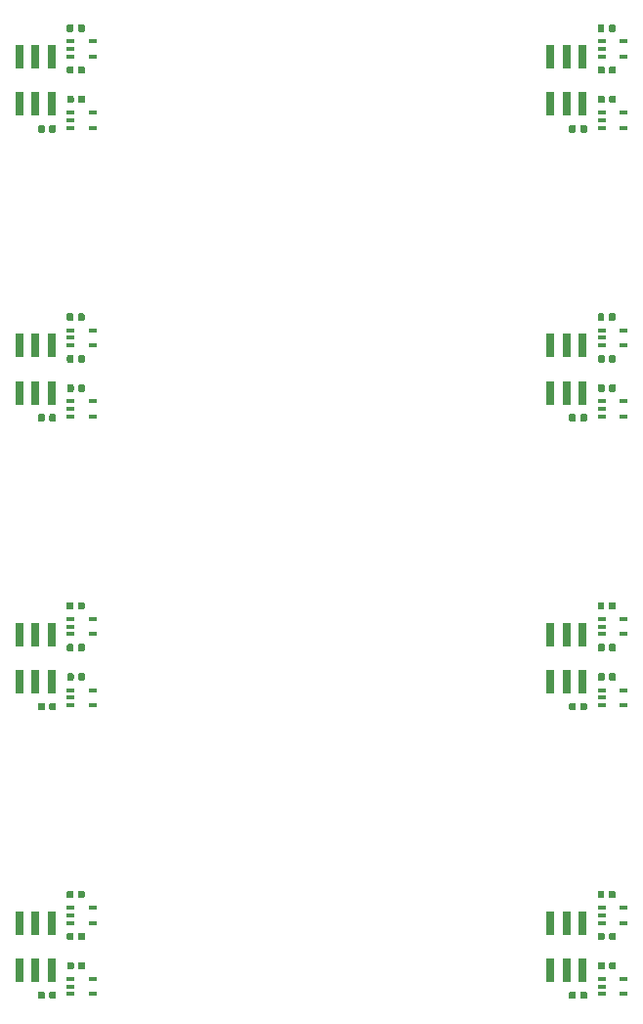
<source format=gbr>
G04 #@! TF.GenerationSoftware,KiCad,Pcbnew,5.0.2-bee76a0~70~ubuntu18.04.1*
G04 #@! TF.CreationDate,2020-03-05T15:15:43+01:00*
G04 #@! TF.ProjectId,output.m3_panel,6f757470-7574-42e6-9d33-5f70616e656c,rev?*
G04 #@! TF.SameCoordinates,Original*
G04 #@! TF.FileFunction,Paste,Bot*
G04 #@! TF.FilePolarity,Positive*
%FSLAX46Y46*%
G04 Gerber Fmt 4.6, Leading zero omitted, Abs format (unit mm)*
G04 Created by KiCad (PCBNEW 5.0.2-bee76a0~70~ubuntu18.04.1) date Thu 05 Mar 2020 03:15:43 PM CET*
%MOMM*%
%LPD*%
G01*
G04 APERTURE LIST*
%ADD10C,0.100000*%
%ADD11C,0.590000*%
%ADD12R,0.700000X0.400000*%
%ADD13R,0.700000X2.000000*%
G04 APERTURE END LIST*
D10*
G04 #@! TO.C,R5*
G36*
X161854633Y-134761440D02*
X161868951Y-134763564D01*
X161882992Y-134767081D01*
X161896621Y-134771958D01*
X161909706Y-134778147D01*
X161922122Y-134785588D01*
X161933748Y-134794211D01*
X161944473Y-134803932D01*
X161954194Y-134814657D01*
X161962817Y-134826283D01*
X161970258Y-134838699D01*
X161976447Y-134851784D01*
X161981324Y-134865413D01*
X161984841Y-134879454D01*
X161986965Y-134893772D01*
X161987675Y-134908230D01*
X161987675Y-135253230D01*
X161986965Y-135267688D01*
X161984841Y-135282006D01*
X161981324Y-135296047D01*
X161976447Y-135309676D01*
X161970258Y-135322761D01*
X161962817Y-135335177D01*
X161954194Y-135346803D01*
X161944473Y-135357528D01*
X161933748Y-135367249D01*
X161922122Y-135375872D01*
X161909706Y-135383313D01*
X161896621Y-135389502D01*
X161882992Y-135394379D01*
X161868951Y-135397896D01*
X161854633Y-135400020D01*
X161840175Y-135400730D01*
X161545175Y-135400730D01*
X161530717Y-135400020D01*
X161516399Y-135397896D01*
X161502358Y-135394379D01*
X161488729Y-135389502D01*
X161475644Y-135383313D01*
X161463228Y-135375872D01*
X161451602Y-135367249D01*
X161440877Y-135357528D01*
X161431156Y-135346803D01*
X161422533Y-135335177D01*
X161415092Y-135322761D01*
X161408903Y-135309676D01*
X161404026Y-135296047D01*
X161400509Y-135282006D01*
X161398385Y-135267688D01*
X161397675Y-135253230D01*
X161397675Y-134908230D01*
X161398385Y-134893772D01*
X161400509Y-134879454D01*
X161404026Y-134865413D01*
X161408903Y-134851784D01*
X161415092Y-134838699D01*
X161422533Y-134826283D01*
X161431156Y-134814657D01*
X161440877Y-134803932D01*
X161451602Y-134794211D01*
X161463228Y-134785588D01*
X161475644Y-134778147D01*
X161488729Y-134771958D01*
X161502358Y-134767081D01*
X161516399Y-134763564D01*
X161530717Y-134761440D01*
X161545175Y-134760730D01*
X161840175Y-134760730D01*
X161854633Y-134761440D01*
X161854633Y-134761440D01*
G37*
D11*
X161692675Y-135080730D03*
D10*
G36*
X162824633Y-134761440D02*
X162838951Y-134763564D01*
X162852992Y-134767081D01*
X162866621Y-134771958D01*
X162879706Y-134778147D01*
X162892122Y-134785588D01*
X162903748Y-134794211D01*
X162914473Y-134803932D01*
X162924194Y-134814657D01*
X162932817Y-134826283D01*
X162940258Y-134838699D01*
X162946447Y-134851784D01*
X162951324Y-134865413D01*
X162954841Y-134879454D01*
X162956965Y-134893772D01*
X162957675Y-134908230D01*
X162957675Y-135253230D01*
X162956965Y-135267688D01*
X162954841Y-135282006D01*
X162951324Y-135296047D01*
X162946447Y-135309676D01*
X162940258Y-135322761D01*
X162932817Y-135335177D01*
X162924194Y-135346803D01*
X162914473Y-135357528D01*
X162903748Y-135367249D01*
X162892122Y-135375872D01*
X162879706Y-135383313D01*
X162866621Y-135389502D01*
X162852992Y-135394379D01*
X162838951Y-135397896D01*
X162824633Y-135400020D01*
X162810175Y-135400730D01*
X162515175Y-135400730D01*
X162500717Y-135400020D01*
X162486399Y-135397896D01*
X162472358Y-135394379D01*
X162458729Y-135389502D01*
X162445644Y-135383313D01*
X162433228Y-135375872D01*
X162421602Y-135367249D01*
X162410877Y-135357528D01*
X162401156Y-135346803D01*
X162392533Y-135335177D01*
X162385092Y-135322761D01*
X162378903Y-135309676D01*
X162374026Y-135296047D01*
X162370509Y-135282006D01*
X162368385Y-135267688D01*
X162367675Y-135253230D01*
X162367675Y-134908230D01*
X162368385Y-134893772D01*
X162370509Y-134879454D01*
X162374026Y-134865413D01*
X162378903Y-134851784D01*
X162385092Y-134838699D01*
X162392533Y-134826283D01*
X162401156Y-134814657D01*
X162410877Y-134803932D01*
X162421602Y-134794211D01*
X162433228Y-134785588D01*
X162445644Y-134778147D01*
X162458729Y-134771958D01*
X162472358Y-134767081D01*
X162486399Y-134763564D01*
X162500717Y-134761440D01*
X162515175Y-134760730D01*
X162810175Y-134760730D01*
X162824633Y-134761440D01*
X162824633Y-134761440D01*
G37*
D11*
X162662675Y-135080730D03*
G04 #@! TD*
D10*
G04 #@! TO.C,R5*
G36*
X115854633Y-134761440D02*
X115868951Y-134763564D01*
X115882992Y-134767081D01*
X115896621Y-134771958D01*
X115909706Y-134778147D01*
X115922122Y-134785588D01*
X115933748Y-134794211D01*
X115944473Y-134803932D01*
X115954194Y-134814657D01*
X115962817Y-134826283D01*
X115970258Y-134838699D01*
X115976447Y-134851784D01*
X115981324Y-134865413D01*
X115984841Y-134879454D01*
X115986965Y-134893772D01*
X115987675Y-134908230D01*
X115987675Y-135253230D01*
X115986965Y-135267688D01*
X115984841Y-135282006D01*
X115981324Y-135296047D01*
X115976447Y-135309676D01*
X115970258Y-135322761D01*
X115962817Y-135335177D01*
X115954194Y-135346803D01*
X115944473Y-135357528D01*
X115933748Y-135367249D01*
X115922122Y-135375872D01*
X115909706Y-135383313D01*
X115896621Y-135389502D01*
X115882992Y-135394379D01*
X115868951Y-135397896D01*
X115854633Y-135400020D01*
X115840175Y-135400730D01*
X115545175Y-135400730D01*
X115530717Y-135400020D01*
X115516399Y-135397896D01*
X115502358Y-135394379D01*
X115488729Y-135389502D01*
X115475644Y-135383313D01*
X115463228Y-135375872D01*
X115451602Y-135367249D01*
X115440877Y-135357528D01*
X115431156Y-135346803D01*
X115422533Y-135335177D01*
X115415092Y-135322761D01*
X115408903Y-135309676D01*
X115404026Y-135296047D01*
X115400509Y-135282006D01*
X115398385Y-135267688D01*
X115397675Y-135253230D01*
X115397675Y-134908230D01*
X115398385Y-134893772D01*
X115400509Y-134879454D01*
X115404026Y-134865413D01*
X115408903Y-134851784D01*
X115415092Y-134838699D01*
X115422533Y-134826283D01*
X115431156Y-134814657D01*
X115440877Y-134803932D01*
X115451602Y-134794211D01*
X115463228Y-134785588D01*
X115475644Y-134778147D01*
X115488729Y-134771958D01*
X115502358Y-134767081D01*
X115516399Y-134763564D01*
X115530717Y-134761440D01*
X115545175Y-134760730D01*
X115840175Y-134760730D01*
X115854633Y-134761440D01*
X115854633Y-134761440D01*
G37*
D11*
X115692675Y-135080730D03*
D10*
G36*
X116824633Y-134761440D02*
X116838951Y-134763564D01*
X116852992Y-134767081D01*
X116866621Y-134771958D01*
X116879706Y-134778147D01*
X116892122Y-134785588D01*
X116903748Y-134794211D01*
X116914473Y-134803932D01*
X116924194Y-134814657D01*
X116932817Y-134826283D01*
X116940258Y-134838699D01*
X116946447Y-134851784D01*
X116951324Y-134865413D01*
X116954841Y-134879454D01*
X116956965Y-134893772D01*
X116957675Y-134908230D01*
X116957675Y-135253230D01*
X116956965Y-135267688D01*
X116954841Y-135282006D01*
X116951324Y-135296047D01*
X116946447Y-135309676D01*
X116940258Y-135322761D01*
X116932817Y-135335177D01*
X116924194Y-135346803D01*
X116914473Y-135357528D01*
X116903748Y-135367249D01*
X116892122Y-135375872D01*
X116879706Y-135383313D01*
X116866621Y-135389502D01*
X116852992Y-135394379D01*
X116838951Y-135397896D01*
X116824633Y-135400020D01*
X116810175Y-135400730D01*
X116515175Y-135400730D01*
X116500717Y-135400020D01*
X116486399Y-135397896D01*
X116472358Y-135394379D01*
X116458729Y-135389502D01*
X116445644Y-135383313D01*
X116433228Y-135375872D01*
X116421602Y-135367249D01*
X116410877Y-135357528D01*
X116401156Y-135346803D01*
X116392533Y-135335177D01*
X116385092Y-135322761D01*
X116378903Y-135309676D01*
X116374026Y-135296047D01*
X116370509Y-135282006D01*
X116368385Y-135267688D01*
X116367675Y-135253230D01*
X116367675Y-134908230D01*
X116368385Y-134893772D01*
X116370509Y-134879454D01*
X116374026Y-134865413D01*
X116378903Y-134851784D01*
X116385092Y-134838699D01*
X116392533Y-134826283D01*
X116401156Y-134814657D01*
X116410877Y-134803932D01*
X116421602Y-134794211D01*
X116433228Y-134785588D01*
X116445644Y-134778147D01*
X116458729Y-134771958D01*
X116472358Y-134767081D01*
X116486399Y-134763564D01*
X116500717Y-134761440D01*
X116515175Y-134760730D01*
X116810175Y-134760730D01*
X116824633Y-134761440D01*
X116824633Y-134761440D01*
G37*
D11*
X116662675Y-135080730D03*
G04 #@! TD*
D10*
G04 #@! TO.C,R5*
G36*
X161854633Y-109761440D02*
X161868951Y-109763564D01*
X161882992Y-109767081D01*
X161896621Y-109771958D01*
X161909706Y-109778147D01*
X161922122Y-109785588D01*
X161933748Y-109794211D01*
X161944473Y-109803932D01*
X161954194Y-109814657D01*
X161962817Y-109826283D01*
X161970258Y-109838699D01*
X161976447Y-109851784D01*
X161981324Y-109865413D01*
X161984841Y-109879454D01*
X161986965Y-109893772D01*
X161987675Y-109908230D01*
X161987675Y-110253230D01*
X161986965Y-110267688D01*
X161984841Y-110282006D01*
X161981324Y-110296047D01*
X161976447Y-110309676D01*
X161970258Y-110322761D01*
X161962817Y-110335177D01*
X161954194Y-110346803D01*
X161944473Y-110357528D01*
X161933748Y-110367249D01*
X161922122Y-110375872D01*
X161909706Y-110383313D01*
X161896621Y-110389502D01*
X161882992Y-110394379D01*
X161868951Y-110397896D01*
X161854633Y-110400020D01*
X161840175Y-110400730D01*
X161545175Y-110400730D01*
X161530717Y-110400020D01*
X161516399Y-110397896D01*
X161502358Y-110394379D01*
X161488729Y-110389502D01*
X161475644Y-110383313D01*
X161463228Y-110375872D01*
X161451602Y-110367249D01*
X161440877Y-110357528D01*
X161431156Y-110346803D01*
X161422533Y-110335177D01*
X161415092Y-110322761D01*
X161408903Y-110309676D01*
X161404026Y-110296047D01*
X161400509Y-110282006D01*
X161398385Y-110267688D01*
X161397675Y-110253230D01*
X161397675Y-109908230D01*
X161398385Y-109893772D01*
X161400509Y-109879454D01*
X161404026Y-109865413D01*
X161408903Y-109851784D01*
X161415092Y-109838699D01*
X161422533Y-109826283D01*
X161431156Y-109814657D01*
X161440877Y-109803932D01*
X161451602Y-109794211D01*
X161463228Y-109785588D01*
X161475644Y-109778147D01*
X161488729Y-109771958D01*
X161502358Y-109767081D01*
X161516399Y-109763564D01*
X161530717Y-109761440D01*
X161545175Y-109760730D01*
X161840175Y-109760730D01*
X161854633Y-109761440D01*
X161854633Y-109761440D01*
G37*
D11*
X161692675Y-110080730D03*
D10*
G36*
X162824633Y-109761440D02*
X162838951Y-109763564D01*
X162852992Y-109767081D01*
X162866621Y-109771958D01*
X162879706Y-109778147D01*
X162892122Y-109785588D01*
X162903748Y-109794211D01*
X162914473Y-109803932D01*
X162924194Y-109814657D01*
X162932817Y-109826283D01*
X162940258Y-109838699D01*
X162946447Y-109851784D01*
X162951324Y-109865413D01*
X162954841Y-109879454D01*
X162956965Y-109893772D01*
X162957675Y-109908230D01*
X162957675Y-110253230D01*
X162956965Y-110267688D01*
X162954841Y-110282006D01*
X162951324Y-110296047D01*
X162946447Y-110309676D01*
X162940258Y-110322761D01*
X162932817Y-110335177D01*
X162924194Y-110346803D01*
X162914473Y-110357528D01*
X162903748Y-110367249D01*
X162892122Y-110375872D01*
X162879706Y-110383313D01*
X162866621Y-110389502D01*
X162852992Y-110394379D01*
X162838951Y-110397896D01*
X162824633Y-110400020D01*
X162810175Y-110400730D01*
X162515175Y-110400730D01*
X162500717Y-110400020D01*
X162486399Y-110397896D01*
X162472358Y-110394379D01*
X162458729Y-110389502D01*
X162445644Y-110383313D01*
X162433228Y-110375872D01*
X162421602Y-110367249D01*
X162410877Y-110357528D01*
X162401156Y-110346803D01*
X162392533Y-110335177D01*
X162385092Y-110322761D01*
X162378903Y-110309676D01*
X162374026Y-110296047D01*
X162370509Y-110282006D01*
X162368385Y-110267688D01*
X162367675Y-110253230D01*
X162367675Y-109908230D01*
X162368385Y-109893772D01*
X162370509Y-109879454D01*
X162374026Y-109865413D01*
X162378903Y-109851784D01*
X162385092Y-109838699D01*
X162392533Y-109826283D01*
X162401156Y-109814657D01*
X162410877Y-109803932D01*
X162421602Y-109794211D01*
X162433228Y-109785588D01*
X162445644Y-109778147D01*
X162458729Y-109771958D01*
X162472358Y-109767081D01*
X162486399Y-109763564D01*
X162500717Y-109761440D01*
X162515175Y-109760730D01*
X162810175Y-109760730D01*
X162824633Y-109761440D01*
X162824633Y-109761440D01*
G37*
D11*
X162662675Y-110080730D03*
G04 #@! TD*
D10*
G04 #@! TO.C,R5*
G36*
X115854633Y-109761440D02*
X115868951Y-109763564D01*
X115882992Y-109767081D01*
X115896621Y-109771958D01*
X115909706Y-109778147D01*
X115922122Y-109785588D01*
X115933748Y-109794211D01*
X115944473Y-109803932D01*
X115954194Y-109814657D01*
X115962817Y-109826283D01*
X115970258Y-109838699D01*
X115976447Y-109851784D01*
X115981324Y-109865413D01*
X115984841Y-109879454D01*
X115986965Y-109893772D01*
X115987675Y-109908230D01*
X115987675Y-110253230D01*
X115986965Y-110267688D01*
X115984841Y-110282006D01*
X115981324Y-110296047D01*
X115976447Y-110309676D01*
X115970258Y-110322761D01*
X115962817Y-110335177D01*
X115954194Y-110346803D01*
X115944473Y-110357528D01*
X115933748Y-110367249D01*
X115922122Y-110375872D01*
X115909706Y-110383313D01*
X115896621Y-110389502D01*
X115882992Y-110394379D01*
X115868951Y-110397896D01*
X115854633Y-110400020D01*
X115840175Y-110400730D01*
X115545175Y-110400730D01*
X115530717Y-110400020D01*
X115516399Y-110397896D01*
X115502358Y-110394379D01*
X115488729Y-110389502D01*
X115475644Y-110383313D01*
X115463228Y-110375872D01*
X115451602Y-110367249D01*
X115440877Y-110357528D01*
X115431156Y-110346803D01*
X115422533Y-110335177D01*
X115415092Y-110322761D01*
X115408903Y-110309676D01*
X115404026Y-110296047D01*
X115400509Y-110282006D01*
X115398385Y-110267688D01*
X115397675Y-110253230D01*
X115397675Y-109908230D01*
X115398385Y-109893772D01*
X115400509Y-109879454D01*
X115404026Y-109865413D01*
X115408903Y-109851784D01*
X115415092Y-109838699D01*
X115422533Y-109826283D01*
X115431156Y-109814657D01*
X115440877Y-109803932D01*
X115451602Y-109794211D01*
X115463228Y-109785588D01*
X115475644Y-109778147D01*
X115488729Y-109771958D01*
X115502358Y-109767081D01*
X115516399Y-109763564D01*
X115530717Y-109761440D01*
X115545175Y-109760730D01*
X115840175Y-109760730D01*
X115854633Y-109761440D01*
X115854633Y-109761440D01*
G37*
D11*
X115692675Y-110080730D03*
D10*
G36*
X116824633Y-109761440D02*
X116838951Y-109763564D01*
X116852992Y-109767081D01*
X116866621Y-109771958D01*
X116879706Y-109778147D01*
X116892122Y-109785588D01*
X116903748Y-109794211D01*
X116914473Y-109803932D01*
X116924194Y-109814657D01*
X116932817Y-109826283D01*
X116940258Y-109838699D01*
X116946447Y-109851784D01*
X116951324Y-109865413D01*
X116954841Y-109879454D01*
X116956965Y-109893772D01*
X116957675Y-109908230D01*
X116957675Y-110253230D01*
X116956965Y-110267688D01*
X116954841Y-110282006D01*
X116951324Y-110296047D01*
X116946447Y-110309676D01*
X116940258Y-110322761D01*
X116932817Y-110335177D01*
X116924194Y-110346803D01*
X116914473Y-110357528D01*
X116903748Y-110367249D01*
X116892122Y-110375872D01*
X116879706Y-110383313D01*
X116866621Y-110389502D01*
X116852992Y-110394379D01*
X116838951Y-110397896D01*
X116824633Y-110400020D01*
X116810175Y-110400730D01*
X116515175Y-110400730D01*
X116500717Y-110400020D01*
X116486399Y-110397896D01*
X116472358Y-110394379D01*
X116458729Y-110389502D01*
X116445644Y-110383313D01*
X116433228Y-110375872D01*
X116421602Y-110367249D01*
X116410877Y-110357528D01*
X116401156Y-110346803D01*
X116392533Y-110335177D01*
X116385092Y-110322761D01*
X116378903Y-110309676D01*
X116374026Y-110296047D01*
X116370509Y-110282006D01*
X116368385Y-110267688D01*
X116367675Y-110253230D01*
X116367675Y-109908230D01*
X116368385Y-109893772D01*
X116370509Y-109879454D01*
X116374026Y-109865413D01*
X116378903Y-109851784D01*
X116385092Y-109838699D01*
X116392533Y-109826283D01*
X116401156Y-109814657D01*
X116410877Y-109803932D01*
X116421602Y-109794211D01*
X116433228Y-109785588D01*
X116445644Y-109778147D01*
X116458729Y-109771958D01*
X116472358Y-109767081D01*
X116486399Y-109763564D01*
X116500717Y-109761440D01*
X116515175Y-109760730D01*
X116810175Y-109760730D01*
X116824633Y-109761440D01*
X116824633Y-109761440D01*
G37*
D11*
X116662675Y-110080730D03*
G04 #@! TD*
D10*
G04 #@! TO.C,R5*
G36*
X161854633Y-84761440D02*
X161868951Y-84763564D01*
X161882992Y-84767081D01*
X161896621Y-84771958D01*
X161909706Y-84778147D01*
X161922122Y-84785588D01*
X161933748Y-84794211D01*
X161944473Y-84803932D01*
X161954194Y-84814657D01*
X161962817Y-84826283D01*
X161970258Y-84838699D01*
X161976447Y-84851784D01*
X161981324Y-84865413D01*
X161984841Y-84879454D01*
X161986965Y-84893772D01*
X161987675Y-84908230D01*
X161987675Y-85253230D01*
X161986965Y-85267688D01*
X161984841Y-85282006D01*
X161981324Y-85296047D01*
X161976447Y-85309676D01*
X161970258Y-85322761D01*
X161962817Y-85335177D01*
X161954194Y-85346803D01*
X161944473Y-85357528D01*
X161933748Y-85367249D01*
X161922122Y-85375872D01*
X161909706Y-85383313D01*
X161896621Y-85389502D01*
X161882992Y-85394379D01*
X161868951Y-85397896D01*
X161854633Y-85400020D01*
X161840175Y-85400730D01*
X161545175Y-85400730D01*
X161530717Y-85400020D01*
X161516399Y-85397896D01*
X161502358Y-85394379D01*
X161488729Y-85389502D01*
X161475644Y-85383313D01*
X161463228Y-85375872D01*
X161451602Y-85367249D01*
X161440877Y-85357528D01*
X161431156Y-85346803D01*
X161422533Y-85335177D01*
X161415092Y-85322761D01*
X161408903Y-85309676D01*
X161404026Y-85296047D01*
X161400509Y-85282006D01*
X161398385Y-85267688D01*
X161397675Y-85253230D01*
X161397675Y-84908230D01*
X161398385Y-84893772D01*
X161400509Y-84879454D01*
X161404026Y-84865413D01*
X161408903Y-84851784D01*
X161415092Y-84838699D01*
X161422533Y-84826283D01*
X161431156Y-84814657D01*
X161440877Y-84803932D01*
X161451602Y-84794211D01*
X161463228Y-84785588D01*
X161475644Y-84778147D01*
X161488729Y-84771958D01*
X161502358Y-84767081D01*
X161516399Y-84763564D01*
X161530717Y-84761440D01*
X161545175Y-84760730D01*
X161840175Y-84760730D01*
X161854633Y-84761440D01*
X161854633Y-84761440D01*
G37*
D11*
X161692675Y-85080730D03*
D10*
G36*
X162824633Y-84761440D02*
X162838951Y-84763564D01*
X162852992Y-84767081D01*
X162866621Y-84771958D01*
X162879706Y-84778147D01*
X162892122Y-84785588D01*
X162903748Y-84794211D01*
X162914473Y-84803932D01*
X162924194Y-84814657D01*
X162932817Y-84826283D01*
X162940258Y-84838699D01*
X162946447Y-84851784D01*
X162951324Y-84865413D01*
X162954841Y-84879454D01*
X162956965Y-84893772D01*
X162957675Y-84908230D01*
X162957675Y-85253230D01*
X162956965Y-85267688D01*
X162954841Y-85282006D01*
X162951324Y-85296047D01*
X162946447Y-85309676D01*
X162940258Y-85322761D01*
X162932817Y-85335177D01*
X162924194Y-85346803D01*
X162914473Y-85357528D01*
X162903748Y-85367249D01*
X162892122Y-85375872D01*
X162879706Y-85383313D01*
X162866621Y-85389502D01*
X162852992Y-85394379D01*
X162838951Y-85397896D01*
X162824633Y-85400020D01*
X162810175Y-85400730D01*
X162515175Y-85400730D01*
X162500717Y-85400020D01*
X162486399Y-85397896D01*
X162472358Y-85394379D01*
X162458729Y-85389502D01*
X162445644Y-85383313D01*
X162433228Y-85375872D01*
X162421602Y-85367249D01*
X162410877Y-85357528D01*
X162401156Y-85346803D01*
X162392533Y-85335177D01*
X162385092Y-85322761D01*
X162378903Y-85309676D01*
X162374026Y-85296047D01*
X162370509Y-85282006D01*
X162368385Y-85267688D01*
X162367675Y-85253230D01*
X162367675Y-84908230D01*
X162368385Y-84893772D01*
X162370509Y-84879454D01*
X162374026Y-84865413D01*
X162378903Y-84851784D01*
X162385092Y-84838699D01*
X162392533Y-84826283D01*
X162401156Y-84814657D01*
X162410877Y-84803932D01*
X162421602Y-84794211D01*
X162433228Y-84785588D01*
X162445644Y-84778147D01*
X162458729Y-84771958D01*
X162472358Y-84767081D01*
X162486399Y-84763564D01*
X162500717Y-84761440D01*
X162515175Y-84760730D01*
X162810175Y-84760730D01*
X162824633Y-84761440D01*
X162824633Y-84761440D01*
G37*
D11*
X162662675Y-85080730D03*
G04 #@! TD*
D10*
G04 #@! TO.C,R5*
G36*
X115854633Y-84761440D02*
X115868951Y-84763564D01*
X115882992Y-84767081D01*
X115896621Y-84771958D01*
X115909706Y-84778147D01*
X115922122Y-84785588D01*
X115933748Y-84794211D01*
X115944473Y-84803932D01*
X115954194Y-84814657D01*
X115962817Y-84826283D01*
X115970258Y-84838699D01*
X115976447Y-84851784D01*
X115981324Y-84865413D01*
X115984841Y-84879454D01*
X115986965Y-84893772D01*
X115987675Y-84908230D01*
X115987675Y-85253230D01*
X115986965Y-85267688D01*
X115984841Y-85282006D01*
X115981324Y-85296047D01*
X115976447Y-85309676D01*
X115970258Y-85322761D01*
X115962817Y-85335177D01*
X115954194Y-85346803D01*
X115944473Y-85357528D01*
X115933748Y-85367249D01*
X115922122Y-85375872D01*
X115909706Y-85383313D01*
X115896621Y-85389502D01*
X115882992Y-85394379D01*
X115868951Y-85397896D01*
X115854633Y-85400020D01*
X115840175Y-85400730D01*
X115545175Y-85400730D01*
X115530717Y-85400020D01*
X115516399Y-85397896D01*
X115502358Y-85394379D01*
X115488729Y-85389502D01*
X115475644Y-85383313D01*
X115463228Y-85375872D01*
X115451602Y-85367249D01*
X115440877Y-85357528D01*
X115431156Y-85346803D01*
X115422533Y-85335177D01*
X115415092Y-85322761D01*
X115408903Y-85309676D01*
X115404026Y-85296047D01*
X115400509Y-85282006D01*
X115398385Y-85267688D01*
X115397675Y-85253230D01*
X115397675Y-84908230D01*
X115398385Y-84893772D01*
X115400509Y-84879454D01*
X115404026Y-84865413D01*
X115408903Y-84851784D01*
X115415092Y-84838699D01*
X115422533Y-84826283D01*
X115431156Y-84814657D01*
X115440877Y-84803932D01*
X115451602Y-84794211D01*
X115463228Y-84785588D01*
X115475644Y-84778147D01*
X115488729Y-84771958D01*
X115502358Y-84767081D01*
X115516399Y-84763564D01*
X115530717Y-84761440D01*
X115545175Y-84760730D01*
X115840175Y-84760730D01*
X115854633Y-84761440D01*
X115854633Y-84761440D01*
G37*
D11*
X115692675Y-85080730D03*
D10*
G36*
X116824633Y-84761440D02*
X116838951Y-84763564D01*
X116852992Y-84767081D01*
X116866621Y-84771958D01*
X116879706Y-84778147D01*
X116892122Y-84785588D01*
X116903748Y-84794211D01*
X116914473Y-84803932D01*
X116924194Y-84814657D01*
X116932817Y-84826283D01*
X116940258Y-84838699D01*
X116946447Y-84851784D01*
X116951324Y-84865413D01*
X116954841Y-84879454D01*
X116956965Y-84893772D01*
X116957675Y-84908230D01*
X116957675Y-85253230D01*
X116956965Y-85267688D01*
X116954841Y-85282006D01*
X116951324Y-85296047D01*
X116946447Y-85309676D01*
X116940258Y-85322761D01*
X116932817Y-85335177D01*
X116924194Y-85346803D01*
X116914473Y-85357528D01*
X116903748Y-85367249D01*
X116892122Y-85375872D01*
X116879706Y-85383313D01*
X116866621Y-85389502D01*
X116852992Y-85394379D01*
X116838951Y-85397896D01*
X116824633Y-85400020D01*
X116810175Y-85400730D01*
X116515175Y-85400730D01*
X116500717Y-85400020D01*
X116486399Y-85397896D01*
X116472358Y-85394379D01*
X116458729Y-85389502D01*
X116445644Y-85383313D01*
X116433228Y-85375872D01*
X116421602Y-85367249D01*
X116410877Y-85357528D01*
X116401156Y-85346803D01*
X116392533Y-85335177D01*
X116385092Y-85322761D01*
X116378903Y-85309676D01*
X116374026Y-85296047D01*
X116370509Y-85282006D01*
X116368385Y-85267688D01*
X116367675Y-85253230D01*
X116367675Y-84908230D01*
X116368385Y-84893772D01*
X116370509Y-84879454D01*
X116374026Y-84865413D01*
X116378903Y-84851784D01*
X116385092Y-84838699D01*
X116392533Y-84826283D01*
X116401156Y-84814657D01*
X116410877Y-84803932D01*
X116421602Y-84794211D01*
X116433228Y-84785588D01*
X116445644Y-84778147D01*
X116458729Y-84771958D01*
X116472358Y-84767081D01*
X116486399Y-84763564D01*
X116500717Y-84761440D01*
X116515175Y-84760730D01*
X116810175Y-84760730D01*
X116824633Y-84761440D01*
X116824633Y-84761440D01*
G37*
D11*
X116662675Y-85080730D03*
G04 #@! TD*
D10*
G04 #@! TO.C,R5*
G36*
X161854633Y-59761440D02*
X161868951Y-59763564D01*
X161882992Y-59767081D01*
X161896621Y-59771958D01*
X161909706Y-59778147D01*
X161922122Y-59785588D01*
X161933748Y-59794211D01*
X161944473Y-59803932D01*
X161954194Y-59814657D01*
X161962817Y-59826283D01*
X161970258Y-59838699D01*
X161976447Y-59851784D01*
X161981324Y-59865413D01*
X161984841Y-59879454D01*
X161986965Y-59893772D01*
X161987675Y-59908230D01*
X161987675Y-60253230D01*
X161986965Y-60267688D01*
X161984841Y-60282006D01*
X161981324Y-60296047D01*
X161976447Y-60309676D01*
X161970258Y-60322761D01*
X161962817Y-60335177D01*
X161954194Y-60346803D01*
X161944473Y-60357528D01*
X161933748Y-60367249D01*
X161922122Y-60375872D01*
X161909706Y-60383313D01*
X161896621Y-60389502D01*
X161882992Y-60394379D01*
X161868951Y-60397896D01*
X161854633Y-60400020D01*
X161840175Y-60400730D01*
X161545175Y-60400730D01*
X161530717Y-60400020D01*
X161516399Y-60397896D01*
X161502358Y-60394379D01*
X161488729Y-60389502D01*
X161475644Y-60383313D01*
X161463228Y-60375872D01*
X161451602Y-60367249D01*
X161440877Y-60357528D01*
X161431156Y-60346803D01*
X161422533Y-60335177D01*
X161415092Y-60322761D01*
X161408903Y-60309676D01*
X161404026Y-60296047D01*
X161400509Y-60282006D01*
X161398385Y-60267688D01*
X161397675Y-60253230D01*
X161397675Y-59908230D01*
X161398385Y-59893772D01*
X161400509Y-59879454D01*
X161404026Y-59865413D01*
X161408903Y-59851784D01*
X161415092Y-59838699D01*
X161422533Y-59826283D01*
X161431156Y-59814657D01*
X161440877Y-59803932D01*
X161451602Y-59794211D01*
X161463228Y-59785588D01*
X161475644Y-59778147D01*
X161488729Y-59771958D01*
X161502358Y-59767081D01*
X161516399Y-59763564D01*
X161530717Y-59761440D01*
X161545175Y-59760730D01*
X161840175Y-59760730D01*
X161854633Y-59761440D01*
X161854633Y-59761440D01*
G37*
D11*
X161692675Y-60080730D03*
D10*
G36*
X162824633Y-59761440D02*
X162838951Y-59763564D01*
X162852992Y-59767081D01*
X162866621Y-59771958D01*
X162879706Y-59778147D01*
X162892122Y-59785588D01*
X162903748Y-59794211D01*
X162914473Y-59803932D01*
X162924194Y-59814657D01*
X162932817Y-59826283D01*
X162940258Y-59838699D01*
X162946447Y-59851784D01*
X162951324Y-59865413D01*
X162954841Y-59879454D01*
X162956965Y-59893772D01*
X162957675Y-59908230D01*
X162957675Y-60253230D01*
X162956965Y-60267688D01*
X162954841Y-60282006D01*
X162951324Y-60296047D01*
X162946447Y-60309676D01*
X162940258Y-60322761D01*
X162932817Y-60335177D01*
X162924194Y-60346803D01*
X162914473Y-60357528D01*
X162903748Y-60367249D01*
X162892122Y-60375872D01*
X162879706Y-60383313D01*
X162866621Y-60389502D01*
X162852992Y-60394379D01*
X162838951Y-60397896D01*
X162824633Y-60400020D01*
X162810175Y-60400730D01*
X162515175Y-60400730D01*
X162500717Y-60400020D01*
X162486399Y-60397896D01*
X162472358Y-60394379D01*
X162458729Y-60389502D01*
X162445644Y-60383313D01*
X162433228Y-60375872D01*
X162421602Y-60367249D01*
X162410877Y-60357528D01*
X162401156Y-60346803D01*
X162392533Y-60335177D01*
X162385092Y-60322761D01*
X162378903Y-60309676D01*
X162374026Y-60296047D01*
X162370509Y-60282006D01*
X162368385Y-60267688D01*
X162367675Y-60253230D01*
X162367675Y-59908230D01*
X162368385Y-59893772D01*
X162370509Y-59879454D01*
X162374026Y-59865413D01*
X162378903Y-59851784D01*
X162385092Y-59838699D01*
X162392533Y-59826283D01*
X162401156Y-59814657D01*
X162410877Y-59803932D01*
X162421602Y-59794211D01*
X162433228Y-59785588D01*
X162445644Y-59778147D01*
X162458729Y-59771958D01*
X162472358Y-59767081D01*
X162486399Y-59763564D01*
X162500717Y-59761440D01*
X162515175Y-59760730D01*
X162810175Y-59760730D01*
X162824633Y-59761440D01*
X162824633Y-59761440D01*
G37*
D11*
X162662675Y-60080730D03*
G04 #@! TD*
D10*
G04 #@! TO.C,R3*
G36*
X161876958Y-138380710D02*
X161891276Y-138382834D01*
X161905317Y-138386351D01*
X161918946Y-138391228D01*
X161932031Y-138397417D01*
X161944447Y-138404858D01*
X161956073Y-138413481D01*
X161966798Y-138423202D01*
X161976519Y-138433927D01*
X161985142Y-138445553D01*
X161992583Y-138457969D01*
X161998772Y-138471054D01*
X162003649Y-138484683D01*
X162007166Y-138498724D01*
X162009290Y-138513042D01*
X162010000Y-138527500D01*
X162010000Y-138872500D01*
X162009290Y-138886958D01*
X162007166Y-138901276D01*
X162003649Y-138915317D01*
X161998772Y-138928946D01*
X161992583Y-138942031D01*
X161985142Y-138954447D01*
X161976519Y-138966073D01*
X161966798Y-138976798D01*
X161956073Y-138986519D01*
X161944447Y-138995142D01*
X161932031Y-139002583D01*
X161918946Y-139008772D01*
X161905317Y-139013649D01*
X161891276Y-139017166D01*
X161876958Y-139019290D01*
X161862500Y-139020000D01*
X161567500Y-139020000D01*
X161553042Y-139019290D01*
X161538724Y-139017166D01*
X161524683Y-139013649D01*
X161511054Y-139008772D01*
X161497969Y-139002583D01*
X161485553Y-138995142D01*
X161473927Y-138986519D01*
X161463202Y-138976798D01*
X161453481Y-138966073D01*
X161444858Y-138954447D01*
X161437417Y-138942031D01*
X161431228Y-138928946D01*
X161426351Y-138915317D01*
X161422834Y-138901276D01*
X161420710Y-138886958D01*
X161420000Y-138872500D01*
X161420000Y-138527500D01*
X161420710Y-138513042D01*
X161422834Y-138498724D01*
X161426351Y-138484683D01*
X161431228Y-138471054D01*
X161437417Y-138457969D01*
X161444858Y-138445553D01*
X161453481Y-138433927D01*
X161463202Y-138423202D01*
X161473927Y-138413481D01*
X161485553Y-138404858D01*
X161497969Y-138397417D01*
X161511054Y-138391228D01*
X161524683Y-138386351D01*
X161538724Y-138382834D01*
X161553042Y-138380710D01*
X161567500Y-138380000D01*
X161862500Y-138380000D01*
X161876958Y-138380710D01*
X161876958Y-138380710D01*
G37*
D11*
X161715000Y-138700000D03*
D10*
G36*
X162846958Y-138380710D02*
X162861276Y-138382834D01*
X162875317Y-138386351D01*
X162888946Y-138391228D01*
X162902031Y-138397417D01*
X162914447Y-138404858D01*
X162926073Y-138413481D01*
X162936798Y-138423202D01*
X162946519Y-138433927D01*
X162955142Y-138445553D01*
X162962583Y-138457969D01*
X162968772Y-138471054D01*
X162973649Y-138484683D01*
X162977166Y-138498724D01*
X162979290Y-138513042D01*
X162980000Y-138527500D01*
X162980000Y-138872500D01*
X162979290Y-138886958D01*
X162977166Y-138901276D01*
X162973649Y-138915317D01*
X162968772Y-138928946D01*
X162962583Y-138942031D01*
X162955142Y-138954447D01*
X162946519Y-138966073D01*
X162936798Y-138976798D01*
X162926073Y-138986519D01*
X162914447Y-138995142D01*
X162902031Y-139002583D01*
X162888946Y-139008772D01*
X162875317Y-139013649D01*
X162861276Y-139017166D01*
X162846958Y-139019290D01*
X162832500Y-139020000D01*
X162537500Y-139020000D01*
X162523042Y-139019290D01*
X162508724Y-139017166D01*
X162494683Y-139013649D01*
X162481054Y-139008772D01*
X162467969Y-139002583D01*
X162455553Y-138995142D01*
X162443927Y-138986519D01*
X162433202Y-138976798D01*
X162423481Y-138966073D01*
X162414858Y-138954447D01*
X162407417Y-138942031D01*
X162401228Y-138928946D01*
X162396351Y-138915317D01*
X162392834Y-138901276D01*
X162390710Y-138886958D01*
X162390000Y-138872500D01*
X162390000Y-138527500D01*
X162390710Y-138513042D01*
X162392834Y-138498724D01*
X162396351Y-138484683D01*
X162401228Y-138471054D01*
X162407417Y-138457969D01*
X162414858Y-138445553D01*
X162423481Y-138433927D01*
X162433202Y-138423202D01*
X162443927Y-138413481D01*
X162455553Y-138404858D01*
X162467969Y-138397417D01*
X162481054Y-138391228D01*
X162494683Y-138386351D01*
X162508724Y-138382834D01*
X162523042Y-138380710D01*
X162537500Y-138380000D01*
X162832500Y-138380000D01*
X162846958Y-138380710D01*
X162846958Y-138380710D01*
G37*
D11*
X162685000Y-138700000D03*
G04 #@! TD*
D10*
G04 #@! TO.C,R3*
G36*
X115876958Y-138380710D02*
X115891276Y-138382834D01*
X115905317Y-138386351D01*
X115918946Y-138391228D01*
X115932031Y-138397417D01*
X115944447Y-138404858D01*
X115956073Y-138413481D01*
X115966798Y-138423202D01*
X115976519Y-138433927D01*
X115985142Y-138445553D01*
X115992583Y-138457969D01*
X115998772Y-138471054D01*
X116003649Y-138484683D01*
X116007166Y-138498724D01*
X116009290Y-138513042D01*
X116010000Y-138527500D01*
X116010000Y-138872500D01*
X116009290Y-138886958D01*
X116007166Y-138901276D01*
X116003649Y-138915317D01*
X115998772Y-138928946D01*
X115992583Y-138942031D01*
X115985142Y-138954447D01*
X115976519Y-138966073D01*
X115966798Y-138976798D01*
X115956073Y-138986519D01*
X115944447Y-138995142D01*
X115932031Y-139002583D01*
X115918946Y-139008772D01*
X115905317Y-139013649D01*
X115891276Y-139017166D01*
X115876958Y-139019290D01*
X115862500Y-139020000D01*
X115567500Y-139020000D01*
X115553042Y-139019290D01*
X115538724Y-139017166D01*
X115524683Y-139013649D01*
X115511054Y-139008772D01*
X115497969Y-139002583D01*
X115485553Y-138995142D01*
X115473927Y-138986519D01*
X115463202Y-138976798D01*
X115453481Y-138966073D01*
X115444858Y-138954447D01*
X115437417Y-138942031D01*
X115431228Y-138928946D01*
X115426351Y-138915317D01*
X115422834Y-138901276D01*
X115420710Y-138886958D01*
X115420000Y-138872500D01*
X115420000Y-138527500D01*
X115420710Y-138513042D01*
X115422834Y-138498724D01*
X115426351Y-138484683D01*
X115431228Y-138471054D01*
X115437417Y-138457969D01*
X115444858Y-138445553D01*
X115453481Y-138433927D01*
X115463202Y-138423202D01*
X115473927Y-138413481D01*
X115485553Y-138404858D01*
X115497969Y-138397417D01*
X115511054Y-138391228D01*
X115524683Y-138386351D01*
X115538724Y-138382834D01*
X115553042Y-138380710D01*
X115567500Y-138380000D01*
X115862500Y-138380000D01*
X115876958Y-138380710D01*
X115876958Y-138380710D01*
G37*
D11*
X115715000Y-138700000D03*
D10*
G36*
X116846958Y-138380710D02*
X116861276Y-138382834D01*
X116875317Y-138386351D01*
X116888946Y-138391228D01*
X116902031Y-138397417D01*
X116914447Y-138404858D01*
X116926073Y-138413481D01*
X116936798Y-138423202D01*
X116946519Y-138433927D01*
X116955142Y-138445553D01*
X116962583Y-138457969D01*
X116968772Y-138471054D01*
X116973649Y-138484683D01*
X116977166Y-138498724D01*
X116979290Y-138513042D01*
X116980000Y-138527500D01*
X116980000Y-138872500D01*
X116979290Y-138886958D01*
X116977166Y-138901276D01*
X116973649Y-138915317D01*
X116968772Y-138928946D01*
X116962583Y-138942031D01*
X116955142Y-138954447D01*
X116946519Y-138966073D01*
X116936798Y-138976798D01*
X116926073Y-138986519D01*
X116914447Y-138995142D01*
X116902031Y-139002583D01*
X116888946Y-139008772D01*
X116875317Y-139013649D01*
X116861276Y-139017166D01*
X116846958Y-139019290D01*
X116832500Y-139020000D01*
X116537500Y-139020000D01*
X116523042Y-139019290D01*
X116508724Y-139017166D01*
X116494683Y-139013649D01*
X116481054Y-139008772D01*
X116467969Y-139002583D01*
X116455553Y-138995142D01*
X116443927Y-138986519D01*
X116433202Y-138976798D01*
X116423481Y-138966073D01*
X116414858Y-138954447D01*
X116407417Y-138942031D01*
X116401228Y-138928946D01*
X116396351Y-138915317D01*
X116392834Y-138901276D01*
X116390710Y-138886958D01*
X116390000Y-138872500D01*
X116390000Y-138527500D01*
X116390710Y-138513042D01*
X116392834Y-138498724D01*
X116396351Y-138484683D01*
X116401228Y-138471054D01*
X116407417Y-138457969D01*
X116414858Y-138445553D01*
X116423481Y-138433927D01*
X116433202Y-138423202D01*
X116443927Y-138413481D01*
X116455553Y-138404858D01*
X116467969Y-138397417D01*
X116481054Y-138391228D01*
X116494683Y-138386351D01*
X116508724Y-138382834D01*
X116523042Y-138380710D01*
X116537500Y-138380000D01*
X116832500Y-138380000D01*
X116846958Y-138380710D01*
X116846958Y-138380710D01*
G37*
D11*
X116685000Y-138700000D03*
G04 #@! TD*
D10*
G04 #@! TO.C,R3*
G36*
X161876958Y-113380710D02*
X161891276Y-113382834D01*
X161905317Y-113386351D01*
X161918946Y-113391228D01*
X161932031Y-113397417D01*
X161944447Y-113404858D01*
X161956073Y-113413481D01*
X161966798Y-113423202D01*
X161976519Y-113433927D01*
X161985142Y-113445553D01*
X161992583Y-113457969D01*
X161998772Y-113471054D01*
X162003649Y-113484683D01*
X162007166Y-113498724D01*
X162009290Y-113513042D01*
X162010000Y-113527500D01*
X162010000Y-113872500D01*
X162009290Y-113886958D01*
X162007166Y-113901276D01*
X162003649Y-113915317D01*
X161998772Y-113928946D01*
X161992583Y-113942031D01*
X161985142Y-113954447D01*
X161976519Y-113966073D01*
X161966798Y-113976798D01*
X161956073Y-113986519D01*
X161944447Y-113995142D01*
X161932031Y-114002583D01*
X161918946Y-114008772D01*
X161905317Y-114013649D01*
X161891276Y-114017166D01*
X161876958Y-114019290D01*
X161862500Y-114020000D01*
X161567500Y-114020000D01*
X161553042Y-114019290D01*
X161538724Y-114017166D01*
X161524683Y-114013649D01*
X161511054Y-114008772D01*
X161497969Y-114002583D01*
X161485553Y-113995142D01*
X161473927Y-113986519D01*
X161463202Y-113976798D01*
X161453481Y-113966073D01*
X161444858Y-113954447D01*
X161437417Y-113942031D01*
X161431228Y-113928946D01*
X161426351Y-113915317D01*
X161422834Y-113901276D01*
X161420710Y-113886958D01*
X161420000Y-113872500D01*
X161420000Y-113527500D01*
X161420710Y-113513042D01*
X161422834Y-113498724D01*
X161426351Y-113484683D01*
X161431228Y-113471054D01*
X161437417Y-113457969D01*
X161444858Y-113445553D01*
X161453481Y-113433927D01*
X161463202Y-113423202D01*
X161473927Y-113413481D01*
X161485553Y-113404858D01*
X161497969Y-113397417D01*
X161511054Y-113391228D01*
X161524683Y-113386351D01*
X161538724Y-113382834D01*
X161553042Y-113380710D01*
X161567500Y-113380000D01*
X161862500Y-113380000D01*
X161876958Y-113380710D01*
X161876958Y-113380710D01*
G37*
D11*
X161715000Y-113700000D03*
D10*
G36*
X162846958Y-113380710D02*
X162861276Y-113382834D01*
X162875317Y-113386351D01*
X162888946Y-113391228D01*
X162902031Y-113397417D01*
X162914447Y-113404858D01*
X162926073Y-113413481D01*
X162936798Y-113423202D01*
X162946519Y-113433927D01*
X162955142Y-113445553D01*
X162962583Y-113457969D01*
X162968772Y-113471054D01*
X162973649Y-113484683D01*
X162977166Y-113498724D01*
X162979290Y-113513042D01*
X162980000Y-113527500D01*
X162980000Y-113872500D01*
X162979290Y-113886958D01*
X162977166Y-113901276D01*
X162973649Y-113915317D01*
X162968772Y-113928946D01*
X162962583Y-113942031D01*
X162955142Y-113954447D01*
X162946519Y-113966073D01*
X162936798Y-113976798D01*
X162926073Y-113986519D01*
X162914447Y-113995142D01*
X162902031Y-114002583D01*
X162888946Y-114008772D01*
X162875317Y-114013649D01*
X162861276Y-114017166D01*
X162846958Y-114019290D01*
X162832500Y-114020000D01*
X162537500Y-114020000D01*
X162523042Y-114019290D01*
X162508724Y-114017166D01*
X162494683Y-114013649D01*
X162481054Y-114008772D01*
X162467969Y-114002583D01*
X162455553Y-113995142D01*
X162443927Y-113986519D01*
X162433202Y-113976798D01*
X162423481Y-113966073D01*
X162414858Y-113954447D01*
X162407417Y-113942031D01*
X162401228Y-113928946D01*
X162396351Y-113915317D01*
X162392834Y-113901276D01*
X162390710Y-113886958D01*
X162390000Y-113872500D01*
X162390000Y-113527500D01*
X162390710Y-113513042D01*
X162392834Y-113498724D01*
X162396351Y-113484683D01*
X162401228Y-113471054D01*
X162407417Y-113457969D01*
X162414858Y-113445553D01*
X162423481Y-113433927D01*
X162433202Y-113423202D01*
X162443927Y-113413481D01*
X162455553Y-113404858D01*
X162467969Y-113397417D01*
X162481054Y-113391228D01*
X162494683Y-113386351D01*
X162508724Y-113382834D01*
X162523042Y-113380710D01*
X162537500Y-113380000D01*
X162832500Y-113380000D01*
X162846958Y-113380710D01*
X162846958Y-113380710D01*
G37*
D11*
X162685000Y-113700000D03*
G04 #@! TD*
D10*
G04 #@! TO.C,R3*
G36*
X115876958Y-113380710D02*
X115891276Y-113382834D01*
X115905317Y-113386351D01*
X115918946Y-113391228D01*
X115932031Y-113397417D01*
X115944447Y-113404858D01*
X115956073Y-113413481D01*
X115966798Y-113423202D01*
X115976519Y-113433927D01*
X115985142Y-113445553D01*
X115992583Y-113457969D01*
X115998772Y-113471054D01*
X116003649Y-113484683D01*
X116007166Y-113498724D01*
X116009290Y-113513042D01*
X116010000Y-113527500D01*
X116010000Y-113872500D01*
X116009290Y-113886958D01*
X116007166Y-113901276D01*
X116003649Y-113915317D01*
X115998772Y-113928946D01*
X115992583Y-113942031D01*
X115985142Y-113954447D01*
X115976519Y-113966073D01*
X115966798Y-113976798D01*
X115956073Y-113986519D01*
X115944447Y-113995142D01*
X115932031Y-114002583D01*
X115918946Y-114008772D01*
X115905317Y-114013649D01*
X115891276Y-114017166D01*
X115876958Y-114019290D01*
X115862500Y-114020000D01*
X115567500Y-114020000D01*
X115553042Y-114019290D01*
X115538724Y-114017166D01*
X115524683Y-114013649D01*
X115511054Y-114008772D01*
X115497969Y-114002583D01*
X115485553Y-113995142D01*
X115473927Y-113986519D01*
X115463202Y-113976798D01*
X115453481Y-113966073D01*
X115444858Y-113954447D01*
X115437417Y-113942031D01*
X115431228Y-113928946D01*
X115426351Y-113915317D01*
X115422834Y-113901276D01*
X115420710Y-113886958D01*
X115420000Y-113872500D01*
X115420000Y-113527500D01*
X115420710Y-113513042D01*
X115422834Y-113498724D01*
X115426351Y-113484683D01*
X115431228Y-113471054D01*
X115437417Y-113457969D01*
X115444858Y-113445553D01*
X115453481Y-113433927D01*
X115463202Y-113423202D01*
X115473927Y-113413481D01*
X115485553Y-113404858D01*
X115497969Y-113397417D01*
X115511054Y-113391228D01*
X115524683Y-113386351D01*
X115538724Y-113382834D01*
X115553042Y-113380710D01*
X115567500Y-113380000D01*
X115862500Y-113380000D01*
X115876958Y-113380710D01*
X115876958Y-113380710D01*
G37*
D11*
X115715000Y-113700000D03*
D10*
G36*
X116846958Y-113380710D02*
X116861276Y-113382834D01*
X116875317Y-113386351D01*
X116888946Y-113391228D01*
X116902031Y-113397417D01*
X116914447Y-113404858D01*
X116926073Y-113413481D01*
X116936798Y-113423202D01*
X116946519Y-113433927D01*
X116955142Y-113445553D01*
X116962583Y-113457969D01*
X116968772Y-113471054D01*
X116973649Y-113484683D01*
X116977166Y-113498724D01*
X116979290Y-113513042D01*
X116980000Y-113527500D01*
X116980000Y-113872500D01*
X116979290Y-113886958D01*
X116977166Y-113901276D01*
X116973649Y-113915317D01*
X116968772Y-113928946D01*
X116962583Y-113942031D01*
X116955142Y-113954447D01*
X116946519Y-113966073D01*
X116936798Y-113976798D01*
X116926073Y-113986519D01*
X116914447Y-113995142D01*
X116902031Y-114002583D01*
X116888946Y-114008772D01*
X116875317Y-114013649D01*
X116861276Y-114017166D01*
X116846958Y-114019290D01*
X116832500Y-114020000D01*
X116537500Y-114020000D01*
X116523042Y-114019290D01*
X116508724Y-114017166D01*
X116494683Y-114013649D01*
X116481054Y-114008772D01*
X116467969Y-114002583D01*
X116455553Y-113995142D01*
X116443927Y-113986519D01*
X116433202Y-113976798D01*
X116423481Y-113966073D01*
X116414858Y-113954447D01*
X116407417Y-113942031D01*
X116401228Y-113928946D01*
X116396351Y-113915317D01*
X116392834Y-113901276D01*
X116390710Y-113886958D01*
X116390000Y-113872500D01*
X116390000Y-113527500D01*
X116390710Y-113513042D01*
X116392834Y-113498724D01*
X116396351Y-113484683D01*
X116401228Y-113471054D01*
X116407417Y-113457969D01*
X116414858Y-113445553D01*
X116423481Y-113433927D01*
X116433202Y-113423202D01*
X116443927Y-113413481D01*
X116455553Y-113404858D01*
X116467969Y-113397417D01*
X116481054Y-113391228D01*
X116494683Y-113386351D01*
X116508724Y-113382834D01*
X116523042Y-113380710D01*
X116537500Y-113380000D01*
X116832500Y-113380000D01*
X116846958Y-113380710D01*
X116846958Y-113380710D01*
G37*
D11*
X116685000Y-113700000D03*
G04 #@! TD*
D10*
G04 #@! TO.C,R3*
G36*
X161876958Y-88380710D02*
X161891276Y-88382834D01*
X161905317Y-88386351D01*
X161918946Y-88391228D01*
X161932031Y-88397417D01*
X161944447Y-88404858D01*
X161956073Y-88413481D01*
X161966798Y-88423202D01*
X161976519Y-88433927D01*
X161985142Y-88445553D01*
X161992583Y-88457969D01*
X161998772Y-88471054D01*
X162003649Y-88484683D01*
X162007166Y-88498724D01*
X162009290Y-88513042D01*
X162010000Y-88527500D01*
X162010000Y-88872500D01*
X162009290Y-88886958D01*
X162007166Y-88901276D01*
X162003649Y-88915317D01*
X161998772Y-88928946D01*
X161992583Y-88942031D01*
X161985142Y-88954447D01*
X161976519Y-88966073D01*
X161966798Y-88976798D01*
X161956073Y-88986519D01*
X161944447Y-88995142D01*
X161932031Y-89002583D01*
X161918946Y-89008772D01*
X161905317Y-89013649D01*
X161891276Y-89017166D01*
X161876958Y-89019290D01*
X161862500Y-89020000D01*
X161567500Y-89020000D01*
X161553042Y-89019290D01*
X161538724Y-89017166D01*
X161524683Y-89013649D01*
X161511054Y-89008772D01*
X161497969Y-89002583D01*
X161485553Y-88995142D01*
X161473927Y-88986519D01*
X161463202Y-88976798D01*
X161453481Y-88966073D01*
X161444858Y-88954447D01*
X161437417Y-88942031D01*
X161431228Y-88928946D01*
X161426351Y-88915317D01*
X161422834Y-88901276D01*
X161420710Y-88886958D01*
X161420000Y-88872500D01*
X161420000Y-88527500D01*
X161420710Y-88513042D01*
X161422834Y-88498724D01*
X161426351Y-88484683D01*
X161431228Y-88471054D01*
X161437417Y-88457969D01*
X161444858Y-88445553D01*
X161453481Y-88433927D01*
X161463202Y-88423202D01*
X161473927Y-88413481D01*
X161485553Y-88404858D01*
X161497969Y-88397417D01*
X161511054Y-88391228D01*
X161524683Y-88386351D01*
X161538724Y-88382834D01*
X161553042Y-88380710D01*
X161567500Y-88380000D01*
X161862500Y-88380000D01*
X161876958Y-88380710D01*
X161876958Y-88380710D01*
G37*
D11*
X161715000Y-88700000D03*
D10*
G36*
X162846958Y-88380710D02*
X162861276Y-88382834D01*
X162875317Y-88386351D01*
X162888946Y-88391228D01*
X162902031Y-88397417D01*
X162914447Y-88404858D01*
X162926073Y-88413481D01*
X162936798Y-88423202D01*
X162946519Y-88433927D01*
X162955142Y-88445553D01*
X162962583Y-88457969D01*
X162968772Y-88471054D01*
X162973649Y-88484683D01*
X162977166Y-88498724D01*
X162979290Y-88513042D01*
X162980000Y-88527500D01*
X162980000Y-88872500D01*
X162979290Y-88886958D01*
X162977166Y-88901276D01*
X162973649Y-88915317D01*
X162968772Y-88928946D01*
X162962583Y-88942031D01*
X162955142Y-88954447D01*
X162946519Y-88966073D01*
X162936798Y-88976798D01*
X162926073Y-88986519D01*
X162914447Y-88995142D01*
X162902031Y-89002583D01*
X162888946Y-89008772D01*
X162875317Y-89013649D01*
X162861276Y-89017166D01*
X162846958Y-89019290D01*
X162832500Y-89020000D01*
X162537500Y-89020000D01*
X162523042Y-89019290D01*
X162508724Y-89017166D01*
X162494683Y-89013649D01*
X162481054Y-89008772D01*
X162467969Y-89002583D01*
X162455553Y-88995142D01*
X162443927Y-88986519D01*
X162433202Y-88976798D01*
X162423481Y-88966073D01*
X162414858Y-88954447D01*
X162407417Y-88942031D01*
X162401228Y-88928946D01*
X162396351Y-88915317D01*
X162392834Y-88901276D01*
X162390710Y-88886958D01*
X162390000Y-88872500D01*
X162390000Y-88527500D01*
X162390710Y-88513042D01*
X162392834Y-88498724D01*
X162396351Y-88484683D01*
X162401228Y-88471054D01*
X162407417Y-88457969D01*
X162414858Y-88445553D01*
X162423481Y-88433927D01*
X162433202Y-88423202D01*
X162443927Y-88413481D01*
X162455553Y-88404858D01*
X162467969Y-88397417D01*
X162481054Y-88391228D01*
X162494683Y-88386351D01*
X162508724Y-88382834D01*
X162523042Y-88380710D01*
X162537500Y-88380000D01*
X162832500Y-88380000D01*
X162846958Y-88380710D01*
X162846958Y-88380710D01*
G37*
D11*
X162685000Y-88700000D03*
G04 #@! TD*
D10*
G04 #@! TO.C,R3*
G36*
X115876958Y-88380710D02*
X115891276Y-88382834D01*
X115905317Y-88386351D01*
X115918946Y-88391228D01*
X115932031Y-88397417D01*
X115944447Y-88404858D01*
X115956073Y-88413481D01*
X115966798Y-88423202D01*
X115976519Y-88433927D01*
X115985142Y-88445553D01*
X115992583Y-88457969D01*
X115998772Y-88471054D01*
X116003649Y-88484683D01*
X116007166Y-88498724D01*
X116009290Y-88513042D01*
X116010000Y-88527500D01*
X116010000Y-88872500D01*
X116009290Y-88886958D01*
X116007166Y-88901276D01*
X116003649Y-88915317D01*
X115998772Y-88928946D01*
X115992583Y-88942031D01*
X115985142Y-88954447D01*
X115976519Y-88966073D01*
X115966798Y-88976798D01*
X115956073Y-88986519D01*
X115944447Y-88995142D01*
X115932031Y-89002583D01*
X115918946Y-89008772D01*
X115905317Y-89013649D01*
X115891276Y-89017166D01*
X115876958Y-89019290D01*
X115862500Y-89020000D01*
X115567500Y-89020000D01*
X115553042Y-89019290D01*
X115538724Y-89017166D01*
X115524683Y-89013649D01*
X115511054Y-89008772D01*
X115497969Y-89002583D01*
X115485553Y-88995142D01*
X115473927Y-88986519D01*
X115463202Y-88976798D01*
X115453481Y-88966073D01*
X115444858Y-88954447D01*
X115437417Y-88942031D01*
X115431228Y-88928946D01*
X115426351Y-88915317D01*
X115422834Y-88901276D01*
X115420710Y-88886958D01*
X115420000Y-88872500D01*
X115420000Y-88527500D01*
X115420710Y-88513042D01*
X115422834Y-88498724D01*
X115426351Y-88484683D01*
X115431228Y-88471054D01*
X115437417Y-88457969D01*
X115444858Y-88445553D01*
X115453481Y-88433927D01*
X115463202Y-88423202D01*
X115473927Y-88413481D01*
X115485553Y-88404858D01*
X115497969Y-88397417D01*
X115511054Y-88391228D01*
X115524683Y-88386351D01*
X115538724Y-88382834D01*
X115553042Y-88380710D01*
X115567500Y-88380000D01*
X115862500Y-88380000D01*
X115876958Y-88380710D01*
X115876958Y-88380710D01*
G37*
D11*
X115715000Y-88700000D03*
D10*
G36*
X116846958Y-88380710D02*
X116861276Y-88382834D01*
X116875317Y-88386351D01*
X116888946Y-88391228D01*
X116902031Y-88397417D01*
X116914447Y-88404858D01*
X116926073Y-88413481D01*
X116936798Y-88423202D01*
X116946519Y-88433927D01*
X116955142Y-88445553D01*
X116962583Y-88457969D01*
X116968772Y-88471054D01*
X116973649Y-88484683D01*
X116977166Y-88498724D01*
X116979290Y-88513042D01*
X116980000Y-88527500D01*
X116980000Y-88872500D01*
X116979290Y-88886958D01*
X116977166Y-88901276D01*
X116973649Y-88915317D01*
X116968772Y-88928946D01*
X116962583Y-88942031D01*
X116955142Y-88954447D01*
X116946519Y-88966073D01*
X116936798Y-88976798D01*
X116926073Y-88986519D01*
X116914447Y-88995142D01*
X116902031Y-89002583D01*
X116888946Y-89008772D01*
X116875317Y-89013649D01*
X116861276Y-89017166D01*
X116846958Y-89019290D01*
X116832500Y-89020000D01*
X116537500Y-89020000D01*
X116523042Y-89019290D01*
X116508724Y-89017166D01*
X116494683Y-89013649D01*
X116481054Y-89008772D01*
X116467969Y-89002583D01*
X116455553Y-88995142D01*
X116443927Y-88986519D01*
X116433202Y-88976798D01*
X116423481Y-88966073D01*
X116414858Y-88954447D01*
X116407417Y-88942031D01*
X116401228Y-88928946D01*
X116396351Y-88915317D01*
X116392834Y-88901276D01*
X116390710Y-88886958D01*
X116390000Y-88872500D01*
X116390000Y-88527500D01*
X116390710Y-88513042D01*
X116392834Y-88498724D01*
X116396351Y-88484683D01*
X116401228Y-88471054D01*
X116407417Y-88457969D01*
X116414858Y-88445553D01*
X116423481Y-88433927D01*
X116433202Y-88423202D01*
X116443927Y-88413481D01*
X116455553Y-88404858D01*
X116467969Y-88397417D01*
X116481054Y-88391228D01*
X116494683Y-88386351D01*
X116508724Y-88382834D01*
X116523042Y-88380710D01*
X116537500Y-88380000D01*
X116832500Y-88380000D01*
X116846958Y-88380710D01*
X116846958Y-88380710D01*
G37*
D11*
X116685000Y-88700000D03*
G04 #@! TD*
D10*
G04 #@! TO.C,R3*
G36*
X161876958Y-63380710D02*
X161891276Y-63382834D01*
X161905317Y-63386351D01*
X161918946Y-63391228D01*
X161932031Y-63397417D01*
X161944447Y-63404858D01*
X161956073Y-63413481D01*
X161966798Y-63423202D01*
X161976519Y-63433927D01*
X161985142Y-63445553D01*
X161992583Y-63457969D01*
X161998772Y-63471054D01*
X162003649Y-63484683D01*
X162007166Y-63498724D01*
X162009290Y-63513042D01*
X162010000Y-63527500D01*
X162010000Y-63872500D01*
X162009290Y-63886958D01*
X162007166Y-63901276D01*
X162003649Y-63915317D01*
X161998772Y-63928946D01*
X161992583Y-63942031D01*
X161985142Y-63954447D01*
X161976519Y-63966073D01*
X161966798Y-63976798D01*
X161956073Y-63986519D01*
X161944447Y-63995142D01*
X161932031Y-64002583D01*
X161918946Y-64008772D01*
X161905317Y-64013649D01*
X161891276Y-64017166D01*
X161876958Y-64019290D01*
X161862500Y-64020000D01*
X161567500Y-64020000D01*
X161553042Y-64019290D01*
X161538724Y-64017166D01*
X161524683Y-64013649D01*
X161511054Y-64008772D01*
X161497969Y-64002583D01*
X161485553Y-63995142D01*
X161473927Y-63986519D01*
X161463202Y-63976798D01*
X161453481Y-63966073D01*
X161444858Y-63954447D01*
X161437417Y-63942031D01*
X161431228Y-63928946D01*
X161426351Y-63915317D01*
X161422834Y-63901276D01*
X161420710Y-63886958D01*
X161420000Y-63872500D01*
X161420000Y-63527500D01*
X161420710Y-63513042D01*
X161422834Y-63498724D01*
X161426351Y-63484683D01*
X161431228Y-63471054D01*
X161437417Y-63457969D01*
X161444858Y-63445553D01*
X161453481Y-63433927D01*
X161463202Y-63423202D01*
X161473927Y-63413481D01*
X161485553Y-63404858D01*
X161497969Y-63397417D01*
X161511054Y-63391228D01*
X161524683Y-63386351D01*
X161538724Y-63382834D01*
X161553042Y-63380710D01*
X161567500Y-63380000D01*
X161862500Y-63380000D01*
X161876958Y-63380710D01*
X161876958Y-63380710D01*
G37*
D11*
X161715000Y-63700000D03*
D10*
G36*
X162846958Y-63380710D02*
X162861276Y-63382834D01*
X162875317Y-63386351D01*
X162888946Y-63391228D01*
X162902031Y-63397417D01*
X162914447Y-63404858D01*
X162926073Y-63413481D01*
X162936798Y-63423202D01*
X162946519Y-63433927D01*
X162955142Y-63445553D01*
X162962583Y-63457969D01*
X162968772Y-63471054D01*
X162973649Y-63484683D01*
X162977166Y-63498724D01*
X162979290Y-63513042D01*
X162980000Y-63527500D01*
X162980000Y-63872500D01*
X162979290Y-63886958D01*
X162977166Y-63901276D01*
X162973649Y-63915317D01*
X162968772Y-63928946D01*
X162962583Y-63942031D01*
X162955142Y-63954447D01*
X162946519Y-63966073D01*
X162936798Y-63976798D01*
X162926073Y-63986519D01*
X162914447Y-63995142D01*
X162902031Y-64002583D01*
X162888946Y-64008772D01*
X162875317Y-64013649D01*
X162861276Y-64017166D01*
X162846958Y-64019290D01*
X162832500Y-64020000D01*
X162537500Y-64020000D01*
X162523042Y-64019290D01*
X162508724Y-64017166D01*
X162494683Y-64013649D01*
X162481054Y-64008772D01*
X162467969Y-64002583D01*
X162455553Y-63995142D01*
X162443927Y-63986519D01*
X162433202Y-63976798D01*
X162423481Y-63966073D01*
X162414858Y-63954447D01*
X162407417Y-63942031D01*
X162401228Y-63928946D01*
X162396351Y-63915317D01*
X162392834Y-63901276D01*
X162390710Y-63886958D01*
X162390000Y-63872500D01*
X162390000Y-63527500D01*
X162390710Y-63513042D01*
X162392834Y-63498724D01*
X162396351Y-63484683D01*
X162401228Y-63471054D01*
X162407417Y-63457969D01*
X162414858Y-63445553D01*
X162423481Y-63433927D01*
X162433202Y-63423202D01*
X162443927Y-63413481D01*
X162455553Y-63404858D01*
X162467969Y-63397417D01*
X162481054Y-63391228D01*
X162494683Y-63386351D01*
X162508724Y-63382834D01*
X162523042Y-63380710D01*
X162537500Y-63380000D01*
X162832500Y-63380000D01*
X162846958Y-63380710D01*
X162846958Y-63380710D01*
G37*
D11*
X162685000Y-63700000D03*
G04 #@! TD*
D10*
G04 #@! TO.C,R6*
G36*
X161882818Y-140917463D02*
X161897136Y-140919587D01*
X161911177Y-140923104D01*
X161924806Y-140927981D01*
X161937891Y-140934170D01*
X161950307Y-140941611D01*
X161961933Y-140950234D01*
X161972658Y-140959955D01*
X161982379Y-140970680D01*
X161991002Y-140982306D01*
X161998443Y-140994722D01*
X162004632Y-141007807D01*
X162009509Y-141021436D01*
X162013026Y-141035477D01*
X162015150Y-141049795D01*
X162015860Y-141064253D01*
X162015860Y-141409253D01*
X162015150Y-141423711D01*
X162013026Y-141438029D01*
X162009509Y-141452070D01*
X162004632Y-141465699D01*
X161998443Y-141478784D01*
X161991002Y-141491200D01*
X161982379Y-141502826D01*
X161972658Y-141513551D01*
X161961933Y-141523272D01*
X161950307Y-141531895D01*
X161937891Y-141539336D01*
X161924806Y-141545525D01*
X161911177Y-141550402D01*
X161897136Y-141553919D01*
X161882818Y-141556043D01*
X161868360Y-141556753D01*
X161573360Y-141556753D01*
X161558902Y-141556043D01*
X161544584Y-141553919D01*
X161530543Y-141550402D01*
X161516914Y-141545525D01*
X161503829Y-141539336D01*
X161491413Y-141531895D01*
X161479787Y-141523272D01*
X161469062Y-141513551D01*
X161459341Y-141502826D01*
X161450718Y-141491200D01*
X161443277Y-141478784D01*
X161437088Y-141465699D01*
X161432211Y-141452070D01*
X161428694Y-141438029D01*
X161426570Y-141423711D01*
X161425860Y-141409253D01*
X161425860Y-141064253D01*
X161426570Y-141049795D01*
X161428694Y-141035477D01*
X161432211Y-141021436D01*
X161437088Y-141007807D01*
X161443277Y-140994722D01*
X161450718Y-140982306D01*
X161459341Y-140970680D01*
X161469062Y-140959955D01*
X161479787Y-140950234D01*
X161491413Y-140941611D01*
X161503829Y-140934170D01*
X161516914Y-140927981D01*
X161530543Y-140923104D01*
X161544584Y-140919587D01*
X161558902Y-140917463D01*
X161573360Y-140916753D01*
X161868360Y-140916753D01*
X161882818Y-140917463D01*
X161882818Y-140917463D01*
G37*
D11*
X161720860Y-141236753D03*
D10*
G36*
X162852818Y-140917463D02*
X162867136Y-140919587D01*
X162881177Y-140923104D01*
X162894806Y-140927981D01*
X162907891Y-140934170D01*
X162920307Y-140941611D01*
X162931933Y-140950234D01*
X162942658Y-140959955D01*
X162952379Y-140970680D01*
X162961002Y-140982306D01*
X162968443Y-140994722D01*
X162974632Y-141007807D01*
X162979509Y-141021436D01*
X162983026Y-141035477D01*
X162985150Y-141049795D01*
X162985860Y-141064253D01*
X162985860Y-141409253D01*
X162985150Y-141423711D01*
X162983026Y-141438029D01*
X162979509Y-141452070D01*
X162974632Y-141465699D01*
X162968443Y-141478784D01*
X162961002Y-141491200D01*
X162952379Y-141502826D01*
X162942658Y-141513551D01*
X162931933Y-141523272D01*
X162920307Y-141531895D01*
X162907891Y-141539336D01*
X162894806Y-141545525D01*
X162881177Y-141550402D01*
X162867136Y-141553919D01*
X162852818Y-141556043D01*
X162838360Y-141556753D01*
X162543360Y-141556753D01*
X162528902Y-141556043D01*
X162514584Y-141553919D01*
X162500543Y-141550402D01*
X162486914Y-141545525D01*
X162473829Y-141539336D01*
X162461413Y-141531895D01*
X162449787Y-141523272D01*
X162439062Y-141513551D01*
X162429341Y-141502826D01*
X162420718Y-141491200D01*
X162413277Y-141478784D01*
X162407088Y-141465699D01*
X162402211Y-141452070D01*
X162398694Y-141438029D01*
X162396570Y-141423711D01*
X162395860Y-141409253D01*
X162395860Y-141064253D01*
X162396570Y-141049795D01*
X162398694Y-141035477D01*
X162402211Y-141021436D01*
X162407088Y-141007807D01*
X162413277Y-140994722D01*
X162420718Y-140982306D01*
X162429341Y-140970680D01*
X162439062Y-140959955D01*
X162449787Y-140950234D01*
X162461413Y-140941611D01*
X162473829Y-140934170D01*
X162486914Y-140927981D01*
X162500543Y-140923104D01*
X162514584Y-140919587D01*
X162528902Y-140917463D01*
X162543360Y-140916753D01*
X162838360Y-140916753D01*
X162852818Y-140917463D01*
X162852818Y-140917463D01*
G37*
D11*
X162690860Y-141236753D03*
G04 #@! TD*
D10*
G04 #@! TO.C,R6*
G36*
X115882818Y-140917463D02*
X115897136Y-140919587D01*
X115911177Y-140923104D01*
X115924806Y-140927981D01*
X115937891Y-140934170D01*
X115950307Y-140941611D01*
X115961933Y-140950234D01*
X115972658Y-140959955D01*
X115982379Y-140970680D01*
X115991002Y-140982306D01*
X115998443Y-140994722D01*
X116004632Y-141007807D01*
X116009509Y-141021436D01*
X116013026Y-141035477D01*
X116015150Y-141049795D01*
X116015860Y-141064253D01*
X116015860Y-141409253D01*
X116015150Y-141423711D01*
X116013026Y-141438029D01*
X116009509Y-141452070D01*
X116004632Y-141465699D01*
X115998443Y-141478784D01*
X115991002Y-141491200D01*
X115982379Y-141502826D01*
X115972658Y-141513551D01*
X115961933Y-141523272D01*
X115950307Y-141531895D01*
X115937891Y-141539336D01*
X115924806Y-141545525D01*
X115911177Y-141550402D01*
X115897136Y-141553919D01*
X115882818Y-141556043D01*
X115868360Y-141556753D01*
X115573360Y-141556753D01*
X115558902Y-141556043D01*
X115544584Y-141553919D01*
X115530543Y-141550402D01*
X115516914Y-141545525D01*
X115503829Y-141539336D01*
X115491413Y-141531895D01*
X115479787Y-141523272D01*
X115469062Y-141513551D01*
X115459341Y-141502826D01*
X115450718Y-141491200D01*
X115443277Y-141478784D01*
X115437088Y-141465699D01*
X115432211Y-141452070D01*
X115428694Y-141438029D01*
X115426570Y-141423711D01*
X115425860Y-141409253D01*
X115425860Y-141064253D01*
X115426570Y-141049795D01*
X115428694Y-141035477D01*
X115432211Y-141021436D01*
X115437088Y-141007807D01*
X115443277Y-140994722D01*
X115450718Y-140982306D01*
X115459341Y-140970680D01*
X115469062Y-140959955D01*
X115479787Y-140950234D01*
X115491413Y-140941611D01*
X115503829Y-140934170D01*
X115516914Y-140927981D01*
X115530543Y-140923104D01*
X115544584Y-140919587D01*
X115558902Y-140917463D01*
X115573360Y-140916753D01*
X115868360Y-140916753D01*
X115882818Y-140917463D01*
X115882818Y-140917463D01*
G37*
D11*
X115720860Y-141236753D03*
D10*
G36*
X116852818Y-140917463D02*
X116867136Y-140919587D01*
X116881177Y-140923104D01*
X116894806Y-140927981D01*
X116907891Y-140934170D01*
X116920307Y-140941611D01*
X116931933Y-140950234D01*
X116942658Y-140959955D01*
X116952379Y-140970680D01*
X116961002Y-140982306D01*
X116968443Y-140994722D01*
X116974632Y-141007807D01*
X116979509Y-141021436D01*
X116983026Y-141035477D01*
X116985150Y-141049795D01*
X116985860Y-141064253D01*
X116985860Y-141409253D01*
X116985150Y-141423711D01*
X116983026Y-141438029D01*
X116979509Y-141452070D01*
X116974632Y-141465699D01*
X116968443Y-141478784D01*
X116961002Y-141491200D01*
X116952379Y-141502826D01*
X116942658Y-141513551D01*
X116931933Y-141523272D01*
X116920307Y-141531895D01*
X116907891Y-141539336D01*
X116894806Y-141545525D01*
X116881177Y-141550402D01*
X116867136Y-141553919D01*
X116852818Y-141556043D01*
X116838360Y-141556753D01*
X116543360Y-141556753D01*
X116528902Y-141556043D01*
X116514584Y-141553919D01*
X116500543Y-141550402D01*
X116486914Y-141545525D01*
X116473829Y-141539336D01*
X116461413Y-141531895D01*
X116449787Y-141523272D01*
X116439062Y-141513551D01*
X116429341Y-141502826D01*
X116420718Y-141491200D01*
X116413277Y-141478784D01*
X116407088Y-141465699D01*
X116402211Y-141452070D01*
X116398694Y-141438029D01*
X116396570Y-141423711D01*
X116395860Y-141409253D01*
X116395860Y-141064253D01*
X116396570Y-141049795D01*
X116398694Y-141035477D01*
X116402211Y-141021436D01*
X116407088Y-141007807D01*
X116413277Y-140994722D01*
X116420718Y-140982306D01*
X116429341Y-140970680D01*
X116439062Y-140959955D01*
X116449787Y-140950234D01*
X116461413Y-140941611D01*
X116473829Y-140934170D01*
X116486914Y-140927981D01*
X116500543Y-140923104D01*
X116514584Y-140919587D01*
X116528902Y-140917463D01*
X116543360Y-140916753D01*
X116838360Y-140916753D01*
X116852818Y-140917463D01*
X116852818Y-140917463D01*
G37*
D11*
X116690860Y-141236753D03*
G04 #@! TD*
D10*
G04 #@! TO.C,R6*
G36*
X161882818Y-115917463D02*
X161897136Y-115919587D01*
X161911177Y-115923104D01*
X161924806Y-115927981D01*
X161937891Y-115934170D01*
X161950307Y-115941611D01*
X161961933Y-115950234D01*
X161972658Y-115959955D01*
X161982379Y-115970680D01*
X161991002Y-115982306D01*
X161998443Y-115994722D01*
X162004632Y-116007807D01*
X162009509Y-116021436D01*
X162013026Y-116035477D01*
X162015150Y-116049795D01*
X162015860Y-116064253D01*
X162015860Y-116409253D01*
X162015150Y-116423711D01*
X162013026Y-116438029D01*
X162009509Y-116452070D01*
X162004632Y-116465699D01*
X161998443Y-116478784D01*
X161991002Y-116491200D01*
X161982379Y-116502826D01*
X161972658Y-116513551D01*
X161961933Y-116523272D01*
X161950307Y-116531895D01*
X161937891Y-116539336D01*
X161924806Y-116545525D01*
X161911177Y-116550402D01*
X161897136Y-116553919D01*
X161882818Y-116556043D01*
X161868360Y-116556753D01*
X161573360Y-116556753D01*
X161558902Y-116556043D01*
X161544584Y-116553919D01*
X161530543Y-116550402D01*
X161516914Y-116545525D01*
X161503829Y-116539336D01*
X161491413Y-116531895D01*
X161479787Y-116523272D01*
X161469062Y-116513551D01*
X161459341Y-116502826D01*
X161450718Y-116491200D01*
X161443277Y-116478784D01*
X161437088Y-116465699D01*
X161432211Y-116452070D01*
X161428694Y-116438029D01*
X161426570Y-116423711D01*
X161425860Y-116409253D01*
X161425860Y-116064253D01*
X161426570Y-116049795D01*
X161428694Y-116035477D01*
X161432211Y-116021436D01*
X161437088Y-116007807D01*
X161443277Y-115994722D01*
X161450718Y-115982306D01*
X161459341Y-115970680D01*
X161469062Y-115959955D01*
X161479787Y-115950234D01*
X161491413Y-115941611D01*
X161503829Y-115934170D01*
X161516914Y-115927981D01*
X161530543Y-115923104D01*
X161544584Y-115919587D01*
X161558902Y-115917463D01*
X161573360Y-115916753D01*
X161868360Y-115916753D01*
X161882818Y-115917463D01*
X161882818Y-115917463D01*
G37*
D11*
X161720860Y-116236753D03*
D10*
G36*
X162852818Y-115917463D02*
X162867136Y-115919587D01*
X162881177Y-115923104D01*
X162894806Y-115927981D01*
X162907891Y-115934170D01*
X162920307Y-115941611D01*
X162931933Y-115950234D01*
X162942658Y-115959955D01*
X162952379Y-115970680D01*
X162961002Y-115982306D01*
X162968443Y-115994722D01*
X162974632Y-116007807D01*
X162979509Y-116021436D01*
X162983026Y-116035477D01*
X162985150Y-116049795D01*
X162985860Y-116064253D01*
X162985860Y-116409253D01*
X162985150Y-116423711D01*
X162983026Y-116438029D01*
X162979509Y-116452070D01*
X162974632Y-116465699D01*
X162968443Y-116478784D01*
X162961002Y-116491200D01*
X162952379Y-116502826D01*
X162942658Y-116513551D01*
X162931933Y-116523272D01*
X162920307Y-116531895D01*
X162907891Y-116539336D01*
X162894806Y-116545525D01*
X162881177Y-116550402D01*
X162867136Y-116553919D01*
X162852818Y-116556043D01*
X162838360Y-116556753D01*
X162543360Y-116556753D01*
X162528902Y-116556043D01*
X162514584Y-116553919D01*
X162500543Y-116550402D01*
X162486914Y-116545525D01*
X162473829Y-116539336D01*
X162461413Y-116531895D01*
X162449787Y-116523272D01*
X162439062Y-116513551D01*
X162429341Y-116502826D01*
X162420718Y-116491200D01*
X162413277Y-116478784D01*
X162407088Y-116465699D01*
X162402211Y-116452070D01*
X162398694Y-116438029D01*
X162396570Y-116423711D01*
X162395860Y-116409253D01*
X162395860Y-116064253D01*
X162396570Y-116049795D01*
X162398694Y-116035477D01*
X162402211Y-116021436D01*
X162407088Y-116007807D01*
X162413277Y-115994722D01*
X162420718Y-115982306D01*
X162429341Y-115970680D01*
X162439062Y-115959955D01*
X162449787Y-115950234D01*
X162461413Y-115941611D01*
X162473829Y-115934170D01*
X162486914Y-115927981D01*
X162500543Y-115923104D01*
X162514584Y-115919587D01*
X162528902Y-115917463D01*
X162543360Y-115916753D01*
X162838360Y-115916753D01*
X162852818Y-115917463D01*
X162852818Y-115917463D01*
G37*
D11*
X162690860Y-116236753D03*
G04 #@! TD*
D10*
G04 #@! TO.C,R6*
G36*
X115882818Y-115917463D02*
X115897136Y-115919587D01*
X115911177Y-115923104D01*
X115924806Y-115927981D01*
X115937891Y-115934170D01*
X115950307Y-115941611D01*
X115961933Y-115950234D01*
X115972658Y-115959955D01*
X115982379Y-115970680D01*
X115991002Y-115982306D01*
X115998443Y-115994722D01*
X116004632Y-116007807D01*
X116009509Y-116021436D01*
X116013026Y-116035477D01*
X116015150Y-116049795D01*
X116015860Y-116064253D01*
X116015860Y-116409253D01*
X116015150Y-116423711D01*
X116013026Y-116438029D01*
X116009509Y-116452070D01*
X116004632Y-116465699D01*
X115998443Y-116478784D01*
X115991002Y-116491200D01*
X115982379Y-116502826D01*
X115972658Y-116513551D01*
X115961933Y-116523272D01*
X115950307Y-116531895D01*
X115937891Y-116539336D01*
X115924806Y-116545525D01*
X115911177Y-116550402D01*
X115897136Y-116553919D01*
X115882818Y-116556043D01*
X115868360Y-116556753D01*
X115573360Y-116556753D01*
X115558902Y-116556043D01*
X115544584Y-116553919D01*
X115530543Y-116550402D01*
X115516914Y-116545525D01*
X115503829Y-116539336D01*
X115491413Y-116531895D01*
X115479787Y-116523272D01*
X115469062Y-116513551D01*
X115459341Y-116502826D01*
X115450718Y-116491200D01*
X115443277Y-116478784D01*
X115437088Y-116465699D01*
X115432211Y-116452070D01*
X115428694Y-116438029D01*
X115426570Y-116423711D01*
X115425860Y-116409253D01*
X115425860Y-116064253D01*
X115426570Y-116049795D01*
X115428694Y-116035477D01*
X115432211Y-116021436D01*
X115437088Y-116007807D01*
X115443277Y-115994722D01*
X115450718Y-115982306D01*
X115459341Y-115970680D01*
X115469062Y-115959955D01*
X115479787Y-115950234D01*
X115491413Y-115941611D01*
X115503829Y-115934170D01*
X115516914Y-115927981D01*
X115530543Y-115923104D01*
X115544584Y-115919587D01*
X115558902Y-115917463D01*
X115573360Y-115916753D01*
X115868360Y-115916753D01*
X115882818Y-115917463D01*
X115882818Y-115917463D01*
G37*
D11*
X115720860Y-116236753D03*
D10*
G36*
X116852818Y-115917463D02*
X116867136Y-115919587D01*
X116881177Y-115923104D01*
X116894806Y-115927981D01*
X116907891Y-115934170D01*
X116920307Y-115941611D01*
X116931933Y-115950234D01*
X116942658Y-115959955D01*
X116952379Y-115970680D01*
X116961002Y-115982306D01*
X116968443Y-115994722D01*
X116974632Y-116007807D01*
X116979509Y-116021436D01*
X116983026Y-116035477D01*
X116985150Y-116049795D01*
X116985860Y-116064253D01*
X116985860Y-116409253D01*
X116985150Y-116423711D01*
X116983026Y-116438029D01*
X116979509Y-116452070D01*
X116974632Y-116465699D01*
X116968443Y-116478784D01*
X116961002Y-116491200D01*
X116952379Y-116502826D01*
X116942658Y-116513551D01*
X116931933Y-116523272D01*
X116920307Y-116531895D01*
X116907891Y-116539336D01*
X116894806Y-116545525D01*
X116881177Y-116550402D01*
X116867136Y-116553919D01*
X116852818Y-116556043D01*
X116838360Y-116556753D01*
X116543360Y-116556753D01*
X116528902Y-116556043D01*
X116514584Y-116553919D01*
X116500543Y-116550402D01*
X116486914Y-116545525D01*
X116473829Y-116539336D01*
X116461413Y-116531895D01*
X116449787Y-116523272D01*
X116439062Y-116513551D01*
X116429341Y-116502826D01*
X116420718Y-116491200D01*
X116413277Y-116478784D01*
X116407088Y-116465699D01*
X116402211Y-116452070D01*
X116398694Y-116438029D01*
X116396570Y-116423711D01*
X116395860Y-116409253D01*
X116395860Y-116064253D01*
X116396570Y-116049795D01*
X116398694Y-116035477D01*
X116402211Y-116021436D01*
X116407088Y-116007807D01*
X116413277Y-115994722D01*
X116420718Y-115982306D01*
X116429341Y-115970680D01*
X116439062Y-115959955D01*
X116449787Y-115950234D01*
X116461413Y-115941611D01*
X116473829Y-115934170D01*
X116486914Y-115927981D01*
X116500543Y-115923104D01*
X116514584Y-115919587D01*
X116528902Y-115917463D01*
X116543360Y-115916753D01*
X116838360Y-115916753D01*
X116852818Y-115917463D01*
X116852818Y-115917463D01*
G37*
D11*
X116690860Y-116236753D03*
G04 #@! TD*
D10*
G04 #@! TO.C,R6*
G36*
X161882818Y-90917463D02*
X161897136Y-90919587D01*
X161911177Y-90923104D01*
X161924806Y-90927981D01*
X161937891Y-90934170D01*
X161950307Y-90941611D01*
X161961933Y-90950234D01*
X161972658Y-90959955D01*
X161982379Y-90970680D01*
X161991002Y-90982306D01*
X161998443Y-90994722D01*
X162004632Y-91007807D01*
X162009509Y-91021436D01*
X162013026Y-91035477D01*
X162015150Y-91049795D01*
X162015860Y-91064253D01*
X162015860Y-91409253D01*
X162015150Y-91423711D01*
X162013026Y-91438029D01*
X162009509Y-91452070D01*
X162004632Y-91465699D01*
X161998443Y-91478784D01*
X161991002Y-91491200D01*
X161982379Y-91502826D01*
X161972658Y-91513551D01*
X161961933Y-91523272D01*
X161950307Y-91531895D01*
X161937891Y-91539336D01*
X161924806Y-91545525D01*
X161911177Y-91550402D01*
X161897136Y-91553919D01*
X161882818Y-91556043D01*
X161868360Y-91556753D01*
X161573360Y-91556753D01*
X161558902Y-91556043D01*
X161544584Y-91553919D01*
X161530543Y-91550402D01*
X161516914Y-91545525D01*
X161503829Y-91539336D01*
X161491413Y-91531895D01*
X161479787Y-91523272D01*
X161469062Y-91513551D01*
X161459341Y-91502826D01*
X161450718Y-91491200D01*
X161443277Y-91478784D01*
X161437088Y-91465699D01*
X161432211Y-91452070D01*
X161428694Y-91438029D01*
X161426570Y-91423711D01*
X161425860Y-91409253D01*
X161425860Y-91064253D01*
X161426570Y-91049795D01*
X161428694Y-91035477D01*
X161432211Y-91021436D01*
X161437088Y-91007807D01*
X161443277Y-90994722D01*
X161450718Y-90982306D01*
X161459341Y-90970680D01*
X161469062Y-90959955D01*
X161479787Y-90950234D01*
X161491413Y-90941611D01*
X161503829Y-90934170D01*
X161516914Y-90927981D01*
X161530543Y-90923104D01*
X161544584Y-90919587D01*
X161558902Y-90917463D01*
X161573360Y-90916753D01*
X161868360Y-90916753D01*
X161882818Y-90917463D01*
X161882818Y-90917463D01*
G37*
D11*
X161720860Y-91236753D03*
D10*
G36*
X162852818Y-90917463D02*
X162867136Y-90919587D01*
X162881177Y-90923104D01*
X162894806Y-90927981D01*
X162907891Y-90934170D01*
X162920307Y-90941611D01*
X162931933Y-90950234D01*
X162942658Y-90959955D01*
X162952379Y-90970680D01*
X162961002Y-90982306D01*
X162968443Y-90994722D01*
X162974632Y-91007807D01*
X162979509Y-91021436D01*
X162983026Y-91035477D01*
X162985150Y-91049795D01*
X162985860Y-91064253D01*
X162985860Y-91409253D01*
X162985150Y-91423711D01*
X162983026Y-91438029D01*
X162979509Y-91452070D01*
X162974632Y-91465699D01*
X162968443Y-91478784D01*
X162961002Y-91491200D01*
X162952379Y-91502826D01*
X162942658Y-91513551D01*
X162931933Y-91523272D01*
X162920307Y-91531895D01*
X162907891Y-91539336D01*
X162894806Y-91545525D01*
X162881177Y-91550402D01*
X162867136Y-91553919D01*
X162852818Y-91556043D01*
X162838360Y-91556753D01*
X162543360Y-91556753D01*
X162528902Y-91556043D01*
X162514584Y-91553919D01*
X162500543Y-91550402D01*
X162486914Y-91545525D01*
X162473829Y-91539336D01*
X162461413Y-91531895D01*
X162449787Y-91523272D01*
X162439062Y-91513551D01*
X162429341Y-91502826D01*
X162420718Y-91491200D01*
X162413277Y-91478784D01*
X162407088Y-91465699D01*
X162402211Y-91452070D01*
X162398694Y-91438029D01*
X162396570Y-91423711D01*
X162395860Y-91409253D01*
X162395860Y-91064253D01*
X162396570Y-91049795D01*
X162398694Y-91035477D01*
X162402211Y-91021436D01*
X162407088Y-91007807D01*
X162413277Y-90994722D01*
X162420718Y-90982306D01*
X162429341Y-90970680D01*
X162439062Y-90959955D01*
X162449787Y-90950234D01*
X162461413Y-90941611D01*
X162473829Y-90934170D01*
X162486914Y-90927981D01*
X162500543Y-90923104D01*
X162514584Y-90919587D01*
X162528902Y-90917463D01*
X162543360Y-90916753D01*
X162838360Y-90916753D01*
X162852818Y-90917463D01*
X162852818Y-90917463D01*
G37*
D11*
X162690860Y-91236753D03*
G04 #@! TD*
D10*
G04 #@! TO.C,R6*
G36*
X115882818Y-90917463D02*
X115897136Y-90919587D01*
X115911177Y-90923104D01*
X115924806Y-90927981D01*
X115937891Y-90934170D01*
X115950307Y-90941611D01*
X115961933Y-90950234D01*
X115972658Y-90959955D01*
X115982379Y-90970680D01*
X115991002Y-90982306D01*
X115998443Y-90994722D01*
X116004632Y-91007807D01*
X116009509Y-91021436D01*
X116013026Y-91035477D01*
X116015150Y-91049795D01*
X116015860Y-91064253D01*
X116015860Y-91409253D01*
X116015150Y-91423711D01*
X116013026Y-91438029D01*
X116009509Y-91452070D01*
X116004632Y-91465699D01*
X115998443Y-91478784D01*
X115991002Y-91491200D01*
X115982379Y-91502826D01*
X115972658Y-91513551D01*
X115961933Y-91523272D01*
X115950307Y-91531895D01*
X115937891Y-91539336D01*
X115924806Y-91545525D01*
X115911177Y-91550402D01*
X115897136Y-91553919D01*
X115882818Y-91556043D01*
X115868360Y-91556753D01*
X115573360Y-91556753D01*
X115558902Y-91556043D01*
X115544584Y-91553919D01*
X115530543Y-91550402D01*
X115516914Y-91545525D01*
X115503829Y-91539336D01*
X115491413Y-91531895D01*
X115479787Y-91523272D01*
X115469062Y-91513551D01*
X115459341Y-91502826D01*
X115450718Y-91491200D01*
X115443277Y-91478784D01*
X115437088Y-91465699D01*
X115432211Y-91452070D01*
X115428694Y-91438029D01*
X115426570Y-91423711D01*
X115425860Y-91409253D01*
X115425860Y-91064253D01*
X115426570Y-91049795D01*
X115428694Y-91035477D01*
X115432211Y-91021436D01*
X115437088Y-91007807D01*
X115443277Y-90994722D01*
X115450718Y-90982306D01*
X115459341Y-90970680D01*
X115469062Y-90959955D01*
X115479787Y-90950234D01*
X115491413Y-90941611D01*
X115503829Y-90934170D01*
X115516914Y-90927981D01*
X115530543Y-90923104D01*
X115544584Y-90919587D01*
X115558902Y-90917463D01*
X115573360Y-90916753D01*
X115868360Y-90916753D01*
X115882818Y-90917463D01*
X115882818Y-90917463D01*
G37*
D11*
X115720860Y-91236753D03*
D10*
G36*
X116852818Y-90917463D02*
X116867136Y-90919587D01*
X116881177Y-90923104D01*
X116894806Y-90927981D01*
X116907891Y-90934170D01*
X116920307Y-90941611D01*
X116931933Y-90950234D01*
X116942658Y-90959955D01*
X116952379Y-90970680D01*
X116961002Y-90982306D01*
X116968443Y-90994722D01*
X116974632Y-91007807D01*
X116979509Y-91021436D01*
X116983026Y-91035477D01*
X116985150Y-91049795D01*
X116985860Y-91064253D01*
X116985860Y-91409253D01*
X116985150Y-91423711D01*
X116983026Y-91438029D01*
X116979509Y-91452070D01*
X116974632Y-91465699D01*
X116968443Y-91478784D01*
X116961002Y-91491200D01*
X116952379Y-91502826D01*
X116942658Y-91513551D01*
X116931933Y-91523272D01*
X116920307Y-91531895D01*
X116907891Y-91539336D01*
X116894806Y-91545525D01*
X116881177Y-91550402D01*
X116867136Y-91553919D01*
X116852818Y-91556043D01*
X116838360Y-91556753D01*
X116543360Y-91556753D01*
X116528902Y-91556043D01*
X116514584Y-91553919D01*
X116500543Y-91550402D01*
X116486914Y-91545525D01*
X116473829Y-91539336D01*
X116461413Y-91531895D01*
X116449787Y-91523272D01*
X116439062Y-91513551D01*
X116429341Y-91502826D01*
X116420718Y-91491200D01*
X116413277Y-91478784D01*
X116407088Y-91465699D01*
X116402211Y-91452070D01*
X116398694Y-91438029D01*
X116396570Y-91423711D01*
X116395860Y-91409253D01*
X116395860Y-91064253D01*
X116396570Y-91049795D01*
X116398694Y-91035477D01*
X116402211Y-91021436D01*
X116407088Y-91007807D01*
X116413277Y-90994722D01*
X116420718Y-90982306D01*
X116429341Y-90970680D01*
X116439062Y-90959955D01*
X116449787Y-90950234D01*
X116461413Y-90941611D01*
X116473829Y-90934170D01*
X116486914Y-90927981D01*
X116500543Y-90923104D01*
X116514584Y-90919587D01*
X116528902Y-90917463D01*
X116543360Y-90916753D01*
X116838360Y-90916753D01*
X116852818Y-90917463D01*
X116852818Y-90917463D01*
G37*
D11*
X116690860Y-91236753D03*
G04 #@! TD*
D10*
G04 #@! TO.C,R6*
G36*
X161882818Y-65917463D02*
X161897136Y-65919587D01*
X161911177Y-65923104D01*
X161924806Y-65927981D01*
X161937891Y-65934170D01*
X161950307Y-65941611D01*
X161961933Y-65950234D01*
X161972658Y-65959955D01*
X161982379Y-65970680D01*
X161991002Y-65982306D01*
X161998443Y-65994722D01*
X162004632Y-66007807D01*
X162009509Y-66021436D01*
X162013026Y-66035477D01*
X162015150Y-66049795D01*
X162015860Y-66064253D01*
X162015860Y-66409253D01*
X162015150Y-66423711D01*
X162013026Y-66438029D01*
X162009509Y-66452070D01*
X162004632Y-66465699D01*
X161998443Y-66478784D01*
X161991002Y-66491200D01*
X161982379Y-66502826D01*
X161972658Y-66513551D01*
X161961933Y-66523272D01*
X161950307Y-66531895D01*
X161937891Y-66539336D01*
X161924806Y-66545525D01*
X161911177Y-66550402D01*
X161897136Y-66553919D01*
X161882818Y-66556043D01*
X161868360Y-66556753D01*
X161573360Y-66556753D01*
X161558902Y-66556043D01*
X161544584Y-66553919D01*
X161530543Y-66550402D01*
X161516914Y-66545525D01*
X161503829Y-66539336D01*
X161491413Y-66531895D01*
X161479787Y-66523272D01*
X161469062Y-66513551D01*
X161459341Y-66502826D01*
X161450718Y-66491200D01*
X161443277Y-66478784D01*
X161437088Y-66465699D01*
X161432211Y-66452070D01*
X161428694Y-66438029D01*
X161426570Y-66423711D01*
X161425860Y-66409253D01*
X161425860Y-66064253D01*
X161426570Y-66049795D01*
X161428694Y-66035477D01*
X161432211Y-66021436D01*
X161437088Y-66007807D01*
X161443277Y-65994722D01*
X161450718Y-65982306D01*
X161459341Y-65970680D01*
X161469062Y-65959955D01*
X161479787Y-65950234D01*
X161491413Y-65941611D01*
X161503829Y-65934170D01*
X161516914Y-65927981D01*
X161530543Y-65923104D01*
X161544584Y-65919587D01*
X161558902Y-65917463D01*
X161573360Y-65916753D01*
X161868360Y-65916753D01*
X161882818Y-65917463D01*
X161882818Y-65917463D01*
G37*
D11*
X161720860Y-66236753D03*
D10*
G36*
X162852818Y-65917463D02*
X162867136Y-65919587D01*
X162881177Y-65923104D01*
X162894806Y-65927981D01*
X162907891Y-65934170D01*
X162920307Y-65941611D01*
X162931933Y-65950234D01*
X162942658Y-65959955D01*
X162952379Y-65970680D01*
X162961002Y-65982306D01*
X162968443Y-65994722D01*
X162974632Y-66007807D01*
X162979509Y-66021436D01*
X162983026Y-66035477D01*
X162985150Y-66049795D01*
X162985860Y-66064253D01*
X162985860Y-66409253D01*
X162985150Y-66423711D01*
X162983026Y-66438029D01*
X162979509Y-66452070D01*
X162974632Y-66465699D01*
X162968443Y-66478784D01*
X162961002Y-66491200D01*
X162952379Y-66502826D01*
X162942658Y-66513551D01*
X162931933Y-66523272D01*
X162920307Y-66531895D01*
X162907891Y-66539336D01*
X162894806Y-66545525D01*
X162881177Y-66550402D01*
X162867136Y-66553919D01*
X162852818Y-66556043D01*
X162838360Y-66556753D01*
X162543360Y-66556753D01*
X162528902Y-66556043D01*
X162514584Y-66553919D01*
X162500543Y-66550402D01*
X162486914Y-66545525D01*
X162473829Y-66539336D01*
X162461413Y-66531895D01*
X162449787Y-66523272D01*
X162439062Y-66513551D01*
X162429341Y-66502826D01*
X162420718Y-66491200D01*
X162413277Y-66478784D01*
X162407088Y-66465699D01*
X162402211Y-66452070D01*
X162398694Y-66438029D01*
X162396570Y-66423711D01*
X162395860Y-66409253D01*
X162395860Y-66064253D01*
X162396570Y-66049795D01*
X162398694Y-66035477D01*
X162402211Y-66021436D01*
X162407088Y-66007807D01*
X162413277Y-65994722D01*
X162420718Y-65982306D01*
X162429341Y-65970680D01*
X162439062Y-65959955D01*
X162449787Y-65950234D01*
X162461413Y-65941611D01*
X162473829Y-65934170D01*
X162486914Y-65927981D01*
X162500543Y-65923104D01*
X162514584Y-65919587D01*
X162528902Y-65917463D01*
X162543360Y-65916753D01*
X162838360Y-65916753D01*
X162852818Y-65917463D01*
X162852818Y-65917463D01*
G37*
D11*
X162690860Y-66236753D03*
G04 #@! TD*
D12*
G04 #@! TO.C,J1*
X163650000Y-137530730D03*
X163650000Y-136230730D03*
X161750000Y-136230730D03*
X161750000Y-136880730D03*
X161750000Y-137530730D03*
G04 #@! TD*
G04 #@! TO.C,J1*
X117650000Y-137530730D03*
X117650000Y-136230730D03*
X115750000Y-136230730D03*
X115750000Y-136880730D03*
X115750000Y-137530730D03*
G04 #@! TD*
G04 #@! TO.C,J1*
X163650000Y-112530730D03*
X163650000Y-111230730D03*
X161750000Y-111230730D03*
X161750000Y-111880730D03*
X161750000Y-112530730D03*
G04 #@! TD*
G04 #@! TO.C,J1*
X117650000Y-112530730D03*
X117650000Y-111230730D03*
X115750000Y-111230730D03*
X115750000Y-111880730D03*
X115750000Y-112530730D03*
G04 #@! TD*
G04 #@! TO.C,J1*
X163650000Y-87530730D03*
X163650000Y-86230730D03*
X161750000Y-86230730D03*
X161750000Y-86880730D03*
X161750000Y-87530730D03*
G04 #@! TD*
G04 #@! TO.C,J1*
X117650000Y-87530730D03*
X117650000Y-86230730D03*
X115750000Y-86230730D03*
X115750000Y-86880730D03*
X115750000Y-87530730D03*
G04 #@! TD*
G04 #@! TO.C,J1*
X163650000Y-62530730D03*
X163650000Y-61230730D03*
X161750000Y-61230730D03*
X161750000Y-61880730D03*
X161750000Y-62530730D03*
G04 #@! TD*
G04 #@! TO.C,J2*
X161755860Y-143686753D03*
X161755860Y-143036753D03*
X161755860Y-142386753D03*
X163655860Y-142386753D03*
X163655860Y-143686753D03*
G04 #@! TD*
G04 #@! TO.C,J2*
X115755860Y-143686753D03*
X115755860Y-143036753D03*
X115755860Y-142386753D03*
X117655860Y-142386753D03*
X117655860Y-143686753D03*
G04 #@! TD*
G04 #@! TO.C,J2*
X161755860Y-118686753D03*
X161755860Y-118036753D03*
X161755860Y-117386753D03*
X163655860Y-117386753D03*
X163655860Y-118686753D03*
G04 #@! TD*
G04 #@! TO.C,J2*
X115755860Y-118686753D03*
X115755860Y-118036753D03*
X115755860Y-117386753D03*
X117655860Y-117386753D03*
X117655860Y-118686753D03*
G04 #@! TD*
G04 #@! TO.C,J2*
X161755860Y-93686753D03*
X161755860Y-93036753D03*
X161755860Y-92386753D03*
X163655860Y-92386753D03*
X163655860Y-93686753D03*
G04 #@! TD*
G04 #@! TO.C,J2*
X115755860Y-93686753D03*
X115755860Y-93036753D03*
X115755860Y-92386753D03*
X117655860Y-92386753D03*
X117655860Y-93686753D03*
G04 #@! TD*
G04 #@! TO.C,J2*
X161755860Y-68686753D03*
X161755860Y-68036753D03*
X161755860Y-67386753D03*
X163655860Y-67386753D03*
X163655860Y-68686753D03*
G04 #@! TD*
D10*
G04 #@! TO.C,R7*
G36*
X160346958Y-143480710D02*
X160361276Y-143482834D01*
X160375317Y-143486351D01*
X160388946Y-143491228D01*
X160402031Y-143497417D01*
X160414447Y-143504858D01*
X160426073Y-143513481D01*
X160436798Y-143523202D01*
X160446519Y-143533927D01*
X160455142Y-143545553D01*
X160462583Y-143557969D01*
X160468772Y-143571054D01*
X160473649Y-143584683D01*
X160477166Y-143598724D01*
X160479290Y-143613042D01*
X160480000Y-143627500D01*
X160480000Y-143972500D01*
X160479290Y-143986958D01*
X160477166Y-144001276D01*
X160473649Y-144015317D01*
X160468772Y-144028946D01*
X160462583Y-144042031D01*
X160455142Y-144054447D01*
X160446519Y-144066073D01*
X160436798Y-144076798D01*
X160426073Y-144086519D01*
X160414447Y-144095142D01*
X160402031Y-144102583D01*
X160388946Y-144108772D01*
X160375317Y-144113649D01*
X160361276Y-144117166D01*
X160346958Y-144119290D01*
X160332500Y-144120000D01*
X160037500Y-144120000D01*
X160023042Y-144119290D01*
X160008724Y-144117166D01*
X159994683Y-144113649D01*
X159981054Y-144108772D01*
X159967969Y-144102583D01*
X159955553Y-144095142D01*
X159943927Y-144086519D01*
X159933202Y-144076798D01*
X159923481Y-144066073D01*
X159914858Y-144054447D01*
X159907417Y-144042031D01*
X159901228Y-144028946D01*
X159896351Y-144015317D01*
X159892834Y-144001276D01*
X159890710Y-143986958D01*
X159890000Y-143972500D01*
X159890000Y-143627500D01*
X159890710Y-143613042D01*
X159892834Y-143598724D01*
X159896351Y-143584683D01*
X159901228Y-143571054D01*
X159907417Y-143557969D01*
X159914858Y-143545553D01*
X159923481Y-143533927D01*
X159933202Y-143523202D01*
X159943927Y-143513481D01*
X159955553Y-143504858D01*
X159967969Y-143497417D01*
X159981054Y-143491228D01*
X159994683Y-143486351D01*
X160008724Y-143482834D01*
X160023042Y-143480710D01*
X160037500Y-143480000D01*
X160332500Y-143480000D01*
X160346958Y-143480710D01*
X160346958Y-143480710D01*
G37*
D11*
X160185000Y-143800000D03*
D10*
G36*
X159376958Y-143480710D02*
X159391276Y-143482834D01*
X159405317Y-143486351D01*
X159418946Y-143491228D01*
X159432031Y-143497417D01*
X159444447Y-143504858D01*
X159456073Y-143513481D01*
X159466798Y-143523202D01*
X159476519Y-143533927D01*
X159485142Y-143545553D01*
X159492583Y-143557969D01*
X159498772Y-143571054D01*
X159503649Y-143584683D01*
X159507166Y-143598724D01*
X159509290Y-143613042D01*
X159510000Y-143627500D01*
X159510000Y-143972500D01*
X159509290Y-143986958D01*
X159507166Y-144001276D01*
X159503649Y-144015317D01*
X159498772Y-144028946D01*
X159492583Y-144042031D01*
X159485142Y-144054447D01*
X159476519Y-144066073D01*
X159466798Y-144076798D01*
X159456073Y-144086519D01*
X159444447Y-144095142D01*
X159432031Y-144102583D01*
X159418946Y-144108772D01*
X159405317Y-144113649D01*
X159391276Y-144117166D01*
X159376958Y-144119290D01*
X159362500Y-144120000D01*
X159067500Y-144120000D01*
X159053042Y-144119290D01*
X159038724Y-144117166D01*
X159024683Y-144113649D01*
X159011054Y-144108772D01*
X158997969Y-144102583D01*
X158985553Y-144095142D01*
X158973927Y-144086519D01*
X158963202Y-144076798D01*
X158953481Y-144066073D01*
X158944858Y-144054447D01*
X158937417Y-144042031D01*
X158931228Y-144028946D01*
X158926351Y-144015317D01*
X158922834Y-144001276D01*
X158920710Y-143986958D01*
X158920000Y-143972500D01*
X158920000Y-143627500D01*
X158920710Y-143613042D01*
X158922834Y-143598724D01*
X158926351Y-143584683D01*
X158931228Y-143571054D01*
X158937417Y-143557969D01*
X158944858Y-143545553D01*
X158953481Y-143533927D01*
X158963202Y-143523202D01*
X158973927Y-143513481D01*
X158985553Y-143504858D01*
X158997969Y-143497417D01*
X159011054Y-143491228D01*
X159024683Y-143486351D01*
X159038724Y-143482834D01*
X159053042Y-143480710D01*
X159067500Y-143480000D01*
X159362500Y-143480000D01*
X159376958Y-143480710D01*
X159376958Y-143480710D01*
G37*
D11*
X159215000Y-143800000D03*
G04 #@! TD*
D10*
G04 #@! TO.C,R7*
G36*
X114346958Y-143480710D02*
X114361276Y-143482834D01*
X114375317Y-143486351D01*
X114388946Y-143491228D01*
X114402031Y-143497417D01*
X114414447Y-143504858D01*
X114426073Y-143513481D01*
X114436798Y-143523202D01*
X114446519Y-143533927D01*
X114455142Y-143545553D01*
X114462583Y-143557969D01*
X114468772Y-143571054D01*
X114473649Y-143584683D01*
X114477166Y-143598724D01*
X114479290Y-143613042D01*
X114480000Y-143627500D01*
X114480000Y-143972500D01*
X114479290Y-143986958D01*
X114477166Y-144001276D01*
X114473649Y-144015317D01*
X114468772Y-144028946D01*
X114462583Y-144042031D01*
X114455142Y-144054447D01*
X114446519Y-144066073D01*
X114436798Y-144076798D01*
X114426073Y-144086519D01*
X114414447Y-144095142D01*
X114402031Y-144102583D01*
X114388946Y-144108772D01*
X114375317Y-144113649D01*
X114361276Y-144117166D01*
X114346958Y-144119290D01*
X114332500Y-144120000D01*
X114037500Y-144120000D01*
X114023042Y-144119290D01*
X114008724Y-144117166D01*
X113994683Y-144113649D01*
X113981054Y-144108772D01*
X113967969Y-144102583D01*
X113955553Y-144095142D01*
X113943927Y-144086519D01*
X113933202Y-144076798D01*
X113923481Y-144066073D01*
X113914858Y-144054447D01*
X113907417Y-144042031D01*
X113901228Y-144028946D01*
X113896351Y-144015317D01*
X113892834Y-144001276D01*
X113890710Y-143986958D01*
X113890000Y-143972500D01*
X113890000Y-143627500D01*
X113890710Y-143613042D01*
X113892834Y-143598724D01*
X113896351Y-143584683D01*
X113901228Y-143571054D01*
X113907417Y-143557969D01*
X113914858Y-143545553D01*
X113923481Y-143533927D01*
X113933202Y-143523202D01*
X113943927Y-143513481D01*
X113955553Y-143504858D01*
X113967969Y-143497417D01*
X113981054Y-143491228D01*
X113994683Y-143486351D01*
X114008724Y-143482834D01*
X114023042Y-143480710D01*
X114037500Y-143480000D01*
X114332500Y-143480000D01*
X114346958Y-143480710D01*
X114346958Y-143480710D01*
G37*
D11*
X114185000Y-143800000D03*
D10*
G36*
X113376958Y-143480710D02*
X113391276Y-143482834D01*
X113405317Y-143486351D01*
X113418946Y-143491228D01*
X113432031Y-143497417D01*
X113444447Y-143504858D01*
X113456073Y-143513481D01*
X113466798Y-143523202D01*
X113476519Y-143533927D01*
X113485142Y-143545553D01*
X113492583Y-143557969D01*
X113498772Y-143571054D01*
X113503649Y-143584683D01*
X113507166Y-143598724D01*
X113509290Y-143613042D01*
X113510000Y-143627500D01*
X113510000Y-143972500D01*
X113509290Y-143986958D01*
X113507166Y-144001276D01*
X113503649Y-144015317D01*
X113498772Y-144028946D01*
X113492583Y-144042031D01*
X113485142Y-144054447D01*
X113476519Y-144066073D01*
X113466798Y-144076798D01*
X113456073Y-144086519D01*
X113444447Y-144095142D01*
X113432031Y-144102583D01*
X113418946Y-144108772D01*
X113405317Y-144113649D01*
X113391276Y-144117166D01*
X113376958Y-144119290D01*
X113362500Y-144120000D01*
X113067500Y-144120000D01*
X113053042Y-144119290D01*
X113038724Y-144117166D01*
X113024683Y-144113649D01*
X113011054Y-144108772D01*
X112997969Y-144102583D01*
X112985553Y-144095142D01*
X112973927Y-144086519D01*
X112963202Y-144076798D01*
X112953481Y-144066073D01*
X112944858Y-144054447D01*
X112937417Y-144042031D01*
X112931228Y-144028946D01*
X112926351Y-144015317D01*
X112922834Y-144001276D01*
X112920710Y-143986958D01*
X112920000Y-143972500D01*
X112920000Y-143627500D01*
X112920710Y-143613042D01*
X112922834Y-143598724D01*
X112926351Y-143584683D01*
X112931228Y-143571054D01*
X112937417Y-143557969D01*
X112944858Y-143545553D01*
X112953481Y-143533927D01*
X112963202Y-143523202D01*
X112973927Y-143513481D01*
X112985553Y-143504858D01*
X112997969Y-143497417D01*
X113011054Y-143491228D01*
X113024683Y-143486351D01*
X113038724Y-143482834D01*
X113053042Y-143480710D01*
X113067500Y-143480000D01*
X113362500Y-143480000D01*
X113376958Y-143480710D01*
X113376958Y-143480710D01*
G37*
D11*
X113215000Y-143800000D03*
G04 #@! TD*
D10*
G04 #@! TO.C,R7*
G36*
X160346958Y-118480710D02*
X160361276Y-118482834D01*
X160375317Y-118486351D01*
X160388946Y-118491228D01*
X160402031Y-118497417D01*
X160414447Y-118504858D01*
X160426073Y-118513481D01*
X160436798Y-118523202D01*
X160446519Y-118533927D01*
X160455142Y-118545553D01*
X160462583Y-118557969D01*
X160468772Y-118571054D01*
X160473649Y-118584683D01*
X160477166Y-118598724D01*
X160479290Y-118613042D01*
X160480000Y-118627500D01*
X160480000Y-118972500D01*
X160479290Y-118986958D01*
X160477166Y-119001276D01*
X160473649Y-119015317D01*
X160468772Y-119028946D01*
X160462583Y-119042031D01*
X160455142Y-119054447D01*
X160446519Y-119066073D01*
X160436798Y-119076798D01*
X160426073Y-119086519D01*
X160414447Y-119095142D01*
X160402031Y-119102583D01*
X160388946Y-119108772D01*
X160375317Y-119113649D01*
X160361276Y-119117166D01*
X160346958Y-119119290D01*
X160332500Y-119120000D01*
X160037500Y-119120000D01*
X160023042Y-119119290D01*
X160008724Y-119117166D01*
X159994683Y-119113649D01*
X159981054Y-119108772D01*
X159967969Y-119102583D01*
X159955553Y-119095142D01*
X159943927Y-119086519D01*
X159933202Y-119076798D01*
X159923481Y-119066073D01*
X159914858Y-119054447D01*
X159907417Y-119042031D01*
X159901228Y-119028946D01*
X159896351Y-119015317D01*
X159892834Y-119001276D01*
X159890710Y-118986958D01*
X159890000Y-118972500D01*
X159890000Y-118627500D01*
X159890710Y-118613042D01*
X159892834Y-118598724D01*
X159896351Y-118584683D01*
X159901228Y-118571054D01*
X159907417Y-118557969D01*
X159914858Y-118545553D01*
X159923481Y-118533927D01*
X159933202Y-118523202D01*
X159943927Y-118513481D01*
X159955553Y-118504858D01*
X159967969Y-118497417D01*
X159981054Y-118491228D01*
X159994683Y-118486351D01*
X160008724Y-118482834D01*
X160023042Y-118480710D01*
X160037500Y-118480000D01*
X160332500Y-118480000D01*
X160346958Y-118480710D01*
X160346958Y-118480710D01*
G37*
D11*
X160185000Y-118800000D03*
D10*
G36*
X159376958Y-118480710D02*
X159391276Y-118482834D01*
X159405317Y-118486351D01*
X159418946Y-118491228D01*
X159432031Y-118497417D01*
X159444447Y-118504858D01*
X159456073Y-118513481D01*
X159466798Y-118523202D01*
X159476519Y-118533927D01*
X159485142Y-118545553D01*
X159492583Y-118557969D01*
X159498772Y-118571054D01*
X159503649Y-118584683D01*
X159507166Y-118598724D01*
X159509290Y-118613042D01*
X159510000Y-118627500D01*
X159510000Y-118972500D01*
X159509290Y-118986958D01*
X159507166Y-119001276D01*
X159503649Y-119015317D01*
X159498772Y-119028946D01*
X159492583Y-119042031D01*
X159485142Y-119054447D01*
X159476519Y-119066073D01*
X159466798Y-119076798D01*
X159456073Y-119086519D01*
X159444447Y-119095142D01*
X159432031Y-119102583D01*
X159418946Y-119108772D01*
X159405317Y-119113649D01*
X159391276Y-119117166D01*
X159376958Y-119119290D01*
X159362500Y-119120000D01*
X159067500Y-119120000D01*
X159053042Y-119119290D01*
X159038724Y-119117166D01*
X159024683Y-119113649D01*
X159011054Y-119108772D01*
X158997969Y-119102583D01*
X158985553Y-119095142D01*
X158973927Y-119086519D01*
X158963202Y-119076798D01*
X158953481Y-119066073D01*
X158944858Y-119054447D01*
X158937417Y-119042031D01*
X158931228Y-119028946D01*
X158926351Y-119015317D01*
X158922834Y-119001276D01*
X158920710Y-118986958D01*
X158920000Y-118972500D01*
X158920000Y-118627500D01*
X158920710Y-118613042D01*
X158922834Y-118598724D01*
X158926351Y-118584683D01*
X158931228Y-118571054D01*
X158937417Y-118557969D01*
X158944858Y-118545553D01*
X158953481Y-118533927D01*
X158963202Y-118523202D01*
X158973927Y-118513481D01*
X158985553Y-118504858D01*
X158997969Y-118497417D01*
X159011054Y-118491228D01*
X159024683Y-118486351D01*
X159038724Y-118482834D01*
X159053042Y-118480710D01*
X159067500Y-118480000D01*
X159362500Y-118480000D01*
X159376958Y-118480710D01*
X159376958Y-118480710D01*
G37*
D11*
X159215000Y-118800000D03*
G04 #@! TD*
D10*
G04 #@! TO.C,R7*
G36*
X114346958Y-118480710D02*
X114361276Y-118482834D01*
X114375317Y-118486351D01*
X114388946Y-118491228D01*
X114402031Y-118497417D01*
X114414447Y-118504858D01*
X114426073Y-118513481D01*
X114436798Y-118523202D01*
X114446519Y-118533927D01*
X114455142Y-118545553D01*
X114462583Y-118557969D01*
X114468772Y-118571054D01*
X114473649Y-118584683D01*
X114477166Y-118598724D01*
X114479290Y-118613042D01*
X114480000Y-118627500D01*
X114480000Y-118972500D01*
X114479290Y-118986958D01*
X114477166Y-119001276D01*
X114473649Y-119015317D01*
X114468772Y-119028946D01*
X114462583Y-119042031D01*
X114455142Y-119054447D01*
X114446519Y-119066073D01*
X114436798Y-119076798D01*
X114426073Y-119086519D01*
X114414447Y-119095142D01*
X114402031Y-119102583D01*
X114388946Y-119108772D01*
X114375317Y-119113649D01*
X114361276Y-119117166D01*
X114346958Y-119119290D01*
X114332500Y-119120000D01*
X114037500Y-119120000D01*
X114023042Y-119119290D01*
X114008724Y-119117166D01*
X113994683Y-119113649D01*
X113981054Y-119108772D01*
X113967969Y-119102583D01*
X113955553Y-119095142D01*
X113943927Y-119086519D01*
X113933202Y-119076798D01*
X113923481Y-119066073D01*
X113914858Y-119054447D01*
X113907417Y-119042031D01*
X113901228Y-119028946D01*
X113896351Y-119015317D01*
X113892834Y-119001276D01*
X113890710Y-118986958D01*
X113890000Y-118972500D01*
X113890000Y-118627500D01*
X113890710Y-118613042D01*
X113892834Y-118598724D01*
X113896351Y-118584683D01*
X113901228Y-118571054D01*
X113907417Y-118557969D01*
X113914858Y-118545553D01*
X113923481Y-118533927D01*
X113933202Y-118523202D01*
X113943927Y-118513481D01*
X113955553Y-118504858D01*
X113967969Y-118497417D01*
X113981054Y-118491228D01*
X113994683Y-118486351D01*
X114008724Y-118482834D01*
X114023042Y-118480710D01*
X114037500Y-118480000D01*
X114332500Y-118480000D01*
X114346958Y-118480710D01*
X114346958Y-118480710D01*
G37*
D11*
X114185000Y-118800000D03*
D10*
G36*
X113376958Y-118480710D02*
X113391276Y-118482834D01*
X113405317Y-118486351D01*
X113418946Y-118491228D01*
X113432031Y-118497417D01*
X113444447Y-118504858D01*
X113456073Y-118513481D01*
X113466798Y-118523202D01*
X113476519Y-118533927D01*
X113485142Y-118545553D01*
X113492583Y-118557969D01*
X113498772Y-118571054D01*
X113503649Y-118584683D01*
X113507166Y-118598724D01*
X113509290Y-118613042D01*
X113510000Y-118627500D01*
X113510000Y-118972500D01*
X113509290Y-118986958D01*
X113507166Y-119001276D01*
X113503649Y-119015317D01*
X113498772Y-119028946D01*
X113492583Y-119042031D01*
X113485142Y-119054447D01*
X113476519Y-119066073D01*
X113466798Y-119076798D01*
X113456073Y-119086519D01*
X113444447Y-119095142D01*
X113432031Y-119102583D01*
X113418946Y-119108772D01*
X113405317Y-119113649D01*
X113391276Y-119117166D01*
X113376958Y-119119290D01*
X113362500Y-119120000D01*
X113067500Y-119120000D01*
X113053042Y-119119290D01*
X113038724Y-119117166D01*
X113024683Y-119113649D01*
X113011054Y-119108772D01*
X112997969Y-119102583D01*
X112985553Y-119095142D01*
X112973927Y-119086519D01*
X112963202Y-119076798D01*
X112953481Y-119066073D01*
X112944858Y-119054447D01*
X112937417Y-119042031D01*
X112931228Y-119028946D01*
X112926351Y-119015317D01*
X112922834Y-119001276D01*
X112920710Y-118986958D01*
X112920000Y-118972500D01*
X112920000Y-118627500D01*
X112920710Y-118613042D01*
X112922834Y-118598724D01*
X112926351Y-118584683D01*
X112931228Y-118571054D01*
X112937417Y-118557969D01*
X112944858Y-118545553D01*
X112953481Y-118533927D01*
X112963202Y-118523202D01*
X112973927Y-118513481D01*
X112985553Y-118504858D01*
X112997969Y-118497417D01*
X113011054Y-118491228D01*
X113024683Y-118486351D01*
X113038724Y-118482834D01*
X113053042Y-118480710D01*
X113067500Y-118480000D01*
X113362500Y-118480000D01*
X113376958Y-118480710D01*
X113376958Y-118480710D01*
G37*
D11*
X113215000Y-118800000D03*
G04 #@! TD*
D10*
G04 #@! TO.C,R7*
G36*
X160346958Y-93480710D02*
X160361276Y-93482834D01*
X160375317Y-93486351D01*
X160388946Y-93491228D01*
X160402031Y-93497417D01*
X160414447Y-93504858D01*
X160426073Y-93513481D01*
X160436798Y-93523202D01*
X160446519Y-93533927D01*
X160455142Y-93545553D01*
X160462583Y-93557969D01*
X160468772Y-93571054D01*
X160473649Y-93584683D01*
X160477166Y-93598724D01*
X160479290Y-93613042D01*
X160480000Y-93627500D01*
X160480000Y-93972500D01*
X160479290Y-93986958D01*
X160477166Y-94001276D01*
X160473649Y-94015317D01*
X160468772Y-94028946D01*
X160462583Y-94042031D01*
X160455142Y-94054447D01*
X160446519Y-94066073D01*
X160436798Y-94076798D01*
X160426073Y-94086519D01*
X160414447Y-94095142D01*
X160402031Y-94102583D01*
X160388946Y-94108772D01*
X160375317Y-94113649D01*
X160361276Y-94117166D01*
X160346958Y-94119290D01*
X160332500Y-94120000D01*
X160037500Y-94120000D01*
X160023042Y-94119290D01*
X160008724Y-94117166D01*
X159994683Y-94113649D01*
X159981054Y-94108772D01*
X159967969Y-94102583D01*
X159955553Y-94095142D01*
X159943927Y-94086519D01*
X159933202Y-94076798D01*
X159923481Y-94066073D01*
X159914858Y-94054447D01*
X159907417Y-94042031D01*
X159901228Y-94028946D01*
X159896351Y-94015317D01*
X159892834Y-94001276D01*
X159890710Y-93986958D01*
X159890000Y-93972500D01*
X159890000Y-93627500D01*
X159890710Y-93613042D01*
X159892834Y-93598724D01*
X159896351Y-93584683D01*
X159901228Y-93571054D01*
X159907417Y-93557969D01*
X159914858Y-93545553D01*
X159923481Y-93533927D01*
X159933202Y-93523202D01*
X159943927Y-93513481D01*
X159955553Y-93504858D01*
X159967969Y-93497417D01*
X159981054Y-93491228D01*
X159994683Y-93486351D01*
X160008724Y-93482834D01*
X160023042Y-93480710D01*
X160037500Y-93480000D01*
X160332500Y-93480000D01*
X160346958Y-93480710D01*
X160346958Y-93480710D01*
G37*
D11*
X160185000Y-93800000D03*
D10*
G36*
X159376958Y-93480710D02*
X159391276Y-93482834D01*
X159405317Y-93486351D01*
X159418946Y-93491228D01*
X159432031Y-93497417D01*
X159444447Y-93504858D01*
X159456073Y-93513481D01*
X159466798Y-93523202D01*
X159476519Y-93533927D01*
X159485142Y-93545553D01*
X159492583Y-93557969D01*
X159498772Y-93571054D01*
X159503649Y-93584683D01*
X159507166Y-93598724D01*
X159509290Y-93613042D01*
X159510000Y-93627500D01*
X159510000Y-93972500D01*
X159509290Y-93986958D01*
X159507166Y-94001276D01*
X159503649Y-94015317D01*
X159498772Y-94028946D01*
X159492583Y-94042031D01*
X159485142Y-94054447D01*
X159476519Y-94066073D01*
X159466798Y-94076798D01*
X159456073Y-94086519D01*
X159444447Y-94095142D01*
X159432031Y-94102583D01*
X159418946Y-94108772D01*
X159405317Y-94113649D01*
X159391276Y-94117166D01*
X159376958Y-94119290D01*
X159362500Y-94120000D01*
X159067500Y-94120000D01*
X159053042Y-94119290D01*
X159038724Y-94117166D01*
X159024683Y-94113649D01*
X159011054Y-94108772D01*
X158997969Y-94102583D01*
X158985553Y-94095142D01*
X158973927Y-94086519D01*
X158963202Y-94076798D01*
X158953481Y-94066073D01*
X158944858Y-94054447D01*
X158937417Y-94042031D01*
X158931228Y-94028946D01*
X158926351Y-94015317D01*
X158922834Y-94001276D01*
X158920710Y-93986958D01*
X158920000Y-93972500D01*
X158920000Y-93627500D01*
X158920710Y-93613042D01*
X158922834Y-93598724D01*
X158926351Y-93584683D01*
X158931228Y-93571054D01*
X158937417Y-93557969D01*
X158944858Y-93545553D01*
X158953481Y-93533927D01*
X158963202Y-93523202D01*
X158973927Y-93513481D01*
X158985553Y-93504858D01*
X158997969Y-93497417D01*
X159011054Y-93491228D01*
X159024683Y-93486351D01*
X159038724Y-93482834D01*
X159053042Y-93480710D01*
X159067500Y-93480000D01*
X159362500Y-93480000D01*
X159376958Y-93480710D01*
X159376958Y-93480710D01*
G37*
D11*
X159215000Y-93800000D03*
G04 #@! TD*
D10*
G04 #@! TO.C,R7*
G36*
X114346958Y-93480710D02*
X114361276Y-93482834D01*
X114375317Y-93486351D01*
X114388946Y-93491228D01*
X114402031Y-93497417D01*
X114414447Y-93504858D01*
X114426073Y-93513481D01*
X114436798Y-93523202D01*
X114446519Y-93533927D01*
X114455142Y-93545553D01*
X114462583Y-93557969D01*
X114468772Y-93571054D01*
X114473649Y-93584683D01*
X114477166Y-93598724D01*
X114479290Y-93613042D01*
X114480000Y-93627500D01*
X114480000Y-93972500D01*
X114479290Y-93986958D01*
X114477166Y-94001276D01*
X114473649Y-94015317D01*
X114468772Y-94028946D01*
X114462583Y-94042031D01*
X114455142Y-94054447D01*
X114446519Y-94066073D01*
X114436798Y-94076798D01*
X114426073Y-94086519D01*
X114414447Y-94095142D01*
X114402031Y-94102583D01*
X114388946Y-94108772D01*
X114375317Y-94113649D01*
X114361276Y-94117166D01*
X114346958Y-94119290D01*
X114332500Y-94120000D01*
X114037500Y-94120000D01*
X114023042Y-94119290D01*
X114008724Y-94117166D01*
X113994683Y-94113649D01*
X113981054Y-94108772D01*
X113967969Y-94102583D01*
X113955553Y-94095142D01*
X113943927Y-94086519D01*
X113933202Y-94076798D01*
X113923481Y-94066073D01*
X113914858Y-94054447D01*
X113907417Y-94042031D01*
X113901228Y-94028946D01*
X113896351Y-94015317D01*
X113892834Y-94001276D01*
X113890710Y-93986958D01*
X113890000Y-93972500D01*
X113890000Y-93627500D01*
X113890710Y-93613042D01*
X113892834Y-93598724D01*
X113896351Y-93584683D01*
X113901228Y-93571054D01*
X113907417Y-93557969D01*
X113914858Y-93545553D01*
X113923481Y-93533927D01*
X113933202Y-93523202D01*
X113943927Y-93513481D01*
X113955553Y-93504858D01*
X113967969Y-93497417D01*
X113981054Y-93491228D01*
X113994683Y-93486351D01*
X114008724Y-93482834D01*
X114023042Y-93480710D01*
X114037500Y-93480000D01*
X114332500Y-93480000D01*
X114346958Y-93480710D01*
X114346958Y-93480710D01*
G37*
D11*
X114185000Y-93800000D03*
D10*
G36*
X113376958Y-93480710D02*
X113391276Y-93482834D01*
X113405317Y-93486351D01*
X113418946Y-93491228D01*
X113432031Y-93497417D01*
X113444447Y-93504858D01*
X113456073Y-93513481D01*
X113466798Y-93523202D01*
X113476519Y-93533927D01*
X113485142Y-93545553D01*
X113492583Y-93557969D01*
X113498772Y-93571054D01*
X113503649Y-93584683D01*
X113507166Y-93598724D01*
X113509290Y-93613042D01*
X113510000Y-93627500D01*
X113510000Y-93972500D01*
X113509290Y-93986958D01*
X113507166Y-94001276D01*
X113503649Y-94015317D01*
X113498772Y-94028946D01*
X113492583Y-94042031D01*
X113485142Y-94054447D01*
X113476519Y-94066073D01*
X113466798Y-94076798D01*
X113456073Y-94086519D01*
X113444447Y-94095142D01*
X113432031Y-94102583D01*
X113418946Y-94108772D01*
X113405317Y-94113649D01*
X113391276Y-94117166D01*
X113376958Y-94119290D01*
X113362500Y-94120000D01*
X113067500Y-94120000D01*
X113053042Y-94119290D01*
X113038724Y-94117166D01*
X113024683Y-94113649D01*
X113011054Y-94108772D01*
X112997969Y-94102583D01*
X112985553Y-94095142D01*
X112973927Y-94086519D01*
X112963202Y-94076798D01*
X112953481Y-94066073D01*
X112944858Y-94054447D01*
X112937417Y-94042031D01*
X112931228Y-94028946D01*
X112926351Y-94015317D01*
X112922834Y-94001276D01*
X112920710Y-93986958D01*
X112920000Y-93972500D01*
X112920000Y-93627500D01*
X112920710Y-93613042D01*
X112922834Y-93598724D01*
X112926351Y-93584683D01*
X112931228Y-93571054D01*
X112937417Y-93557969D01*
X112944858Y-93545553D01*
X112953481Y-93533927D01*
X112963202Y-93523202D01*
X112973927Y-93513481D01*
X112985553Y-93504858D01*
X112997969Y-93497417D01*
X113011054Y-93491228D01*
X113024683Y-93486351D01*
X113038724Y-93482834D01*
X113053042Y-93480710D01*
X113067500Y-93480000D01*
X113362500Y-93480000D01*
X113376958Y-93480710D01*
X113376958Y-93480710D01*
G37*
D11*
X113215000Y-93800000D03*
G04 #@! TD*
D10*
G04 #@! TO.C,R7*
G36*
X160346958Y-68480710D02*
X160361276Y-68482834D01*
X160375317Y-68486351D01*
X160388946Y-68491228D01*
X160402031Y-68497417D01*
X160414447Y-68504858D01*
X160426073Y-68513481D01*
X160436798Y-68523202D01*
X160446519Y-68533927D01*
X160455142Y-68545553D01*
X160462583Y-68557969D01*
X160468772Y-68571054D01*
X160473649Y-68584683D01*
X160477166Y-68598724D01*
X160479290Y-68613042D01*
X160480000Y-68627500D01*
X160480000Y-68972500D01*
X160479290Y-68986958D01*
X160477166Y-69001276D01*
X160473649Y-69015317D01*
X160468772Y-69028946D01*
X160462583Y-69042031D01*
X160455142Y-69054447D01*
X160446519Y-69066073D01*
X160436798Y-69076798D01*
X160426073Y-69086519D01*
X160414447Y-69095142D01*
X160402031Y-69102583D01*
X160388946Y-69108772D01*
X160375317Y-69113649D01*
X160361276Y-69117166D01*
X160346958Y-69119290D01*
X160332500Y-69120000D01*
X160037500Y-69120000D01*
X160023042Y-69119290D01*
X160008724Y-69117166D01*
X159994683Y-69113649D01*
X159981054Y-69108772D01*
X159967969Y-69102583D01*
X159955553Y-69095142D01*
X159943927Y-69086519D01*
X159933202Y-69076798D01*
X159923481Y-69066073D01*
X159914858Y-69054447D01*
X159907417Y-69042031D01*
X159901228Y-69028946D01*
X159896351Y-69015317D01*
X159892834Y-69001276D01*
X159890710Y-68986958D01*
X159890000Y-68972500D01*
X159890000Y-68627500D01*
X159890710Y-68613042D01*
X159892834Y-68598724D01*
X159896351Y-68584683D01*
X159901228Y-68571054D01*
X159907417Y-68557969D01*
X159914858Y-68545553D01*
X159923481Y-68533927D01*
X159933202Y-68523202D01*
X159943927Y-68513481D01*
X159955553Y-68504858D01*
X159967969Y-68497417D01*
X159981054Y-68491228D01*
X159994683Y-68486351D01*
X160008724Y-68482834D01*
X160023042Y-68480710D01*
X160037500Y-68480000D01*
X160332500Y-68480000D01*
X160346958Y-68480710D01*
X160346958Y-68480710D01*
G37*
D11*
X160185000Y-68800000D03*
D10*
G36*
X159376958Y-68480710D02*
X159391276Y-68482834D01*
X159405317Y-68486351D01*
X159418946Y-68491228D01*
X159432031Y-68497417D01*
X159444447Y-68504858D01*
X159456073Y-68513481D01*
X159466798Y-68523202D01*
X159476519Y-68533927D01*
X159485142Y-68545553D01*
X159492583Y-68557969D01*
X159498772Y-68571054D01*
X159503649Y-68584683D01*
X159507166Y-68598724D01*
X159509290Y-68613042D01*
X159510000Y-68627500D01*
X159510000Y-68972500D01*
X159509290Y-68986958D01*
X159507166Y-69001276D01*
X159503649Y-69015317D01*
X159498772Y-69028946D01*
X159492583Y-69042031D01*
X159485142Y-69054447D01*
X159476519Y-69066073D01*
X159466798Y-69076798D01*
X159456073Y-69086519D01*
X159444447Y-69095142D01*
X159432031Y-69102583D01*
X159418946Y-69108772D01*
X159405317Y-69113649D01*
X159391276Y-69117166D01*
X159376958Y-69119290D01*
X159362500Y-69120000D01*
X159067500Y-69120000D01*
X159053042Y-69119290D01*
X159038724Y-69117166D01*
X159024683Y-69113649D01*
X159011054Y-69108772D01*
X158997969Y-69102583D01*
X158985553Y-69095142D01*
X158973927Y-69086519D01*
X158963202Y-69076798D01*
X158953481Y-69066073D01*
X158944858Y-69054447D01*
X158937417Y-69042031D01*
X158931228Y-69028946D01*
X158926351Y-69015317D01*
X158922834Y-69001276D01*
X158920710Y-68986958D01*
X158920000Y-68972500D01*
X158920000Y-68627500D01*
X158920710Y-68613042D01*
X158922834Y-68598724D01*
X158926351Y-68584683D01*
X158931228Y-68571054D01*
X158937417Y-68557969D01*
X158944858Y-68545553D01*
X158953481Y-68533927D01*
X158963202Y-68523202D01*
X158973927Y-68513481D01*
X158985553Y-68504858D01*
X158997969Y-68497417D01*
X159011054Y-68491228D01*
X159024683Y-68486351D01*
X159038724Y-68482834D01*
X159053042Y-68480710D01*
X159067500Y-68480000D01*
X159362500Y-68480000D01*
X159376958Y-68480710D01*
X159376958Y-68480710D01*
G37*
D11*
X159215000Y-68800000D03*
G04 #@! TD*
D13*
G04 #@! TO.C,J6*
X157300000Y-137550000D03*
X158700000Y-137550000D03*
X160100000Y-137550000D03*
X160100000Y-141650000D03*
X157300000Y-141650000D03*
X158700000Y-141650000D03*
G04 #@! TD*
G04 #@! TO.C,J6*
X111300000Y-137550000D03*
X112700000Y-137550000D03*
X114100000Y-137550000D03*
X114100000Y-141650000D03*
X111300000Y-141650000D03*
X112700000Y-141650000D03*
G04 #@! TD*
G04 #@! TO.C,J6*
X157300000Y-112550000D03*
X158700000Y-112550000D03*
X160100000Y-112550000D03*
X160100000Y-116650000D03*
X157300000Y-116650000D03*
X158700000Y-116650000D03*
G04 #@! TD*
G04 #@! TO.C,J6*
X111300000Y-112550000D03*
X112700000Y-112550000D03*
X114100000Y-112550000D03*
X114100000Y-116650000D03*
X111300000Y-116650000D03*
X112700000Y-116650000D03*
G04 #@! TD*
G04 #@! TO.C,J6*
X157300000Y-87550000D03*
X158700000Y-87550000D03*
X160100000Y-87550000D03*
X160100000Y-91650000D03*
X157300000Y-91650000D03*
X158700000Y-91650000D03*
G04 #@! TD*
G04 #@! TO.C,J6*
X111300000Y-87550000D03*
X112700000Y-87550000D03*
X114100000Y-87550000D03*
X114100000Y-91650000D03*
X111300000Y-91650000D03*
X112700000Y-91650000D03*
G04 #@! TD*
G04 #@! TO.C,J6*
X157300000Y-62550000D03*
X158700000Y-62550000D03*
X160100000Y-62550000D03*
X160100000Y-66650000D03*
X157300000Y-66650000D03*
X158700000Y-66650000D03*
G04 #@! TD*
D10*
G04 #@! TO.C,R3*
G36*
X116846958Y-63380710D02*
X116861276Y-63382834D01*
X116875317Y-63386351D01*
X116888946Y-63391228D01*
X116902031Y-63397417D01*
X116914447Y-63404858D01*
X116926073Y-63413481D01*
X116936798Y-63423202D01*
X116946519Y-63433927D01*
X116955142Y-63445553D01*
X116962583Y-63457969D01*
X116968772Y-63471054D01*
X116973649Y-63484683D01*
X116977166Y-63498724D01*
X116979290Y-63513042D01*
X116980000Y-63527500D01*
X116980000Y-63872500D01*
X116979290Y-63886958D01*
X116977166Y-63901276D01*
X116973649Y-63915317D01*
X116968772Y-63928946D01*
X116962583Y-63942031D01*
X116955142Y-63954447D01*
X116946519Y-63966073D01*
X116936798Y-63976798D01*
X116926073Y-63986519D01*
X116914447Y-63995142D01*
X116902031Y-64002583D01*
X116888946Y-64008772D01*
X116875317Y-64013649D01*
X116861276Y-64017166D01*
X116846958Y-64019290D01*
X116832500Y-64020000D01*
X116537500Y-64020000D01*
X116523042Y-64019290D01*
X116508724Y-64017166D01*
X116494683Y-64013649D01*
X116481054Y-64008772D01*
X116467969Y-64002583D01*
X116455553Y-63995142D01*
X116443927Y-63986519D01*
X116433202Y-63976798D01*
X116423481Y-63966073D01*
X116414858Y-63954447D01*
X116407417Y-63942031D01*
X116401228Y-63928946D01*
X116396351Y-63915317D01*
X116392834Y-63901276D01*
X116390710Y-63886958D01*
X116390000Y-63872500D01*
X116390000Y-63527500D01*
X116390710Y-63513042D01*
X116392834Y-63498724D01*
X116396351Y-63484683D01*
X116401228Y-63471054D01*
X116407417Y-63457969D01*
X116414858Y-63445553D01*
X116423481Y-63433927D01*
X116433202Y-63423202D01*
X116443927Y-63413481D01*
X116455553Y-63404858D01*
X116467969Y-63397417D01*
X116481054Y-63391228D01*
X116494683Y-63386351D01*
X116508724Y-63382834D01*
X116523042Y-63380710D01*
X116537500Y-63380000D01*
X116832500Y-63380000D01*
X116846958Y-63380710D01*
X116846958Y-63380710D01*
G37*
D11*
X116685000Y-63700000D03*
D10*
G36*
X115876958Y-63380710D02*
X115891276Y-63382834D01*
X115905317Y-63386351D01*
X115918946Y-63391228D01*
X115932031Y-63397417D01*
X115944447Y-63404858D01*
X115956073Y-63413481D01*
X115966798Y-63423202D01*
X115976519Y-63433927D01*
X115985142Y-63445553D01*
X115992583Y-63457969D01*
X115998772Y-63471054D01*
X116003649Y-63484683D01*
X116007166Y-63498724D01*
X116009290Y-63513042D01*
X116010000Y-63527500D01*
X116010000Y-63872500D01*
X116009290Y-63886958D01*
X116007166Y-63901276D01*
X116003649Y-63915317D01*
X115998772Y-63928946D01*
X115992583Y-63942031D01*
X115985142Y-63954447D01*
X115976519Y-63966073D01*
X115966798Y-63976798D01*
X115956073Y-63986519D01*
X115944447Y-63995142D01*
X115932031Y-64002583D01*
X115918946Y-64008772D01*
X115905317Y-64013649D01*
X115891276Y-64017166D01*
X115876958Y-64019290D01*
X115862500Y-64020000D01*
X115567500Y-64020000D01*
X115553042Y-64019290D01*
X115538724Y-64017166D01*
X115524683Y-64013649D01*
X115511054Y-64008772D01*
X115497969Y-64002583D01*
X115485553Y-63995142D01*
X115473927Y-63986519D01*
X115463202Y-63976798D01*
X115453481Y-63966073D01*
X115444858Y-63954447D01*
X115437417Y-63942031D01*
X115431228Y-63928946D01*
X115426351Y-63915317D01*
X115422834Y-63901276D01*
X115420710Y-63886958D01*
X115420000Y-63872500D01*
X115420000Y-63527500D01*
X115420710Y-63513042D01*
X115422834Y-63498724D01*
X115426351Y-63484683D01*
X115431228Y-63471054D01*
X115437417Y-63457969D01*
X115444858Y-63445553D01*
X115453481Y-63433927D01*
X115463202Y-63423202D01*
X115473927Y-63413481D01*
X115485553Y-63404858D01*
X115497969Y-63397417D01*
X115511054Y-63391228D01*
X115524683Y-63386351D01*
X115538724Y-63382834D01*
X115553042Y-63380710D01*
X115567500Y-63380000D01*
X115862500Y-63380000D01*
X115876958Y-63380710D01*
X115876958Y-63380710D01*
G37*
D11*
X115715000Y-63700000D03*
G04 #@! TD*
D10*
G04 #@! TO.C,R5*
G36*
X116824633Y-59761440D02*
X116838951Y-59763564D01*
X116852992Y-59767081D01*
X116866621Y-59771958D01*
X116879706Y-59778147D01*
X116892122Y-59785588D01*
X116903748Y-59794211D01*
X116914473Y-59803932D01*
X116924194Y-59814657D01*
X116932817Y-59826283D01*
X116940258Y-59838699D01*
X116946447Y-59851784D01*
X116951324Y-59865413D01*
X116954841Y-59879454D01*
X116956965Y-59893772D01*
X116957675Y-59908230D01*
X116957675Y-60253230D01*
X116956965Y-60267688D01*
X116954841Y-60282006D01*
X116951324Y-60296047D01*
X116946447Y-60309676D01*
X116940258Y-60322761D01*
X116932817Y-60335177D01*
X116924194Y-60346803D01*
X116914473Y-60357528D01*
X116903748Y-60367249D01*
X116892122Y-60375872D01*
X116879706Y-60383313D01*
X116866621Y-60389502D01*
X116852992Y-60394379D01*
X116838951Y-60397896D01*
X116824633Y-60400020D01*
X116810175Y-60400730D01*
X116515175Y-60400730D01*
X116500717Y-60400020D01*
X116486399Y-60397896D01*
X116472358Y-60394379D01*
X116458729Y-60389502D01*
X116445644Y-60383313D01*
X116433228Y-60375872D01*
X116421602Y-60367249D01*
X116410877Y-60357528D01*
X116401156Y-60346803D01*
X116392533Y-60335177D01*
X116385092Y-60322761D01*
X116378903Y-60309676D01*
X116374026Y-60296047D01*
X116370509Y-60282006D01*
X116368385Y-60267688D01*
X116367675Y-60253230D01*
X116367675Y-59908230D01*
X116368385Y-59893772D01*
X116370509Y-59879454D01*
X116374026Y-59865413D01*
X116378903Y-59851784D01*
X116385092Y-59838699D01*
X116392533Y-59826283D01*
X116401156Y-59814657D01*
X116410877Y-59803932D01*
X116421602Y-59794211D01*
X116433228Y-59785588D01*
X116445644Y-59778147D01*
X116458729Y-59771958D01*
X116472358Y-59767081D01*
X116486399Y-59763564D01*
X116500717Y-59761440D01*
X116515175Y-59760730D01*
X116810175Y-59760730D01*
X116824633Y-59761440D01*
X116824633Y-59761440D01*
G37*
D11*
X116662675Y-60080730D03*
D10*
G36*
X115854633Y-59761440D02*
X115868951Y-59763564D01*
X115882992Y-59767081D01*
X115896621Y-59771958D01*
X115909706Y-59778147D01*
X115922122Y-59785588D01*
X115933748Y-59794211D01*
X115944473Y-59803932D01*
X115954194Y-59814657D01*
X115962817Y-59826283D01*
X115970258Y-59838699D01*
X115976447Y-59851784D01*
X115981324Y-59865413D01*
X115984841Y-59879454D01*
X115986965Y-59893772D01*
X115987675Y-59908230D01*
X115987675Y-60253230D01*
X115986965Y-60267688D01*
X115984841Y-60282006D01*
X115981324Y-60296047D01*
X115976447Y-60309676D01*
X115970258Y-60322761D01*
X115962817Y-60335177D01*
X115954194Y-60346803D01*
X115944473Y-60357528D01*
X115933748Y-60367249D01*
X115922122Y-60375872D01*
X115909706Y-60383313D01*
X115896621Y-60389502D01*
X115882992Y-60394379D01*
X115868951Y-60397896D01*
X115854633Y-60400020D01*
X115840175Y-60400730D01*
X115545175Y-60400730D01*
X115530717Y-60400020D01*
X115516399Y-60397896D01*
X115502358Y-60394379D01*
X115488729Y-60389502D01*
X115475644Y-60383313D01*
X115463228Y-60375872D01*
X115451602Y-60367249D01*
X115440877Y-60357528D01*
X115431156Y-60346803D01*
X115422533Y-60335177D01*
X115415092Y-60322761D01*
X115408903Y-60309676D01*
X115404026Y-60296047D01*
X115400509Y-60282006D01*
X115398385Y-60267688D01*
X115397675Y-60253230D01*
X115397675Y-59908230D01*
X115398385Y-59893772D01*
X115400509Y-59879454D01*
X115404026Y-59865413D01*
X115408903Y-59851784D01*
X115415092Y-59838699D01*
X115422533Y-59826283D01*
X115431156Y-59814657D01*
X115440877Y-59803932D01*
X115451602Y-59794211D01*
X115463228Y-59785588D01*
X115475644Y-59778147D01*
X115488729Y-59771958D01*
X115502358Y-59767081D01*
X115516399Y-59763564D01*
X115530717Y-59761440D01*
X115545175Y-59760730D01*
X115840175Y-59760730D01*
X115854633Y-59761440D01*
X115854633Y-59761440D01*
G37*
D11*
X115692675Y-60080730D03*
G04 #@! TD*
D10*
G04 #@! TO.C,R6*
G36*
X116852818Y-65917463D02*
X116867136Y-65919587D01*
X116881177Y-65923104D01*
X116894806Y-65927981D01*
X116907891Y-65934170D01*
X116920307Y-65941611D01*
X116931933Y-65950234D01*
X116942658Y-65959955D01*
X116952379Y-65970680D01*
X116961002Y-65982306D01*
X116968443Y-65994722D01*
X116974632Y-66007807D01*
X116979509Y-66021436D01*
X116983026Y-66035477D01*
X116985150Y-66049795D01*
X116985860Y-66064253D01*
X116985860Y-66409253D01*
X116985150Y-66423711D01*
X116983026Y-66438029D01*
X116979509Y-66452070D01*
X116974632Y-66465699D01*
X116968443Y-66478784D01*
X116961002Y-66491200D01*
X116952379Y-66502826D01*
X116942658Y-66513551D01*
X116931933Y-66523272D01*
X116920307Y-66531895D01*
X116907891Y-66539336D01*
X116894806Y-66545525D01*
X116881177Y-66550402D01*
X116867136Y-66553919D01*
X116852818Y-66556043D01*
X116838360Y-66556753D01*
X116543360Y-66556753D01*
X116528902Y-66556043D01*
X116514584Y-66553919D01*
X116500543Y-66550402D01*
X116486914Y-66545525D01*
X116473829Y-66539336D01*
X116461413Y-66531895D01*
X116449787Y-66523272D01*
X116439062Y-66513551D01*
X116429341Y-66502826D01*
X116420718Y-66491200D01*
X116413277Y-66478784D01*
X116407088Y-66465699D01*
X116402211Y-66452070D01*
X116398694Y-66438029D01*
X116396570Y-66423711D01*
X116395860Y-66409253D01*
X116395860Y-66064253D01*
X116396570Y-66049795D01*
X116398694Y-66035477D01*
X116402211Y-66021436D01*
X116407088Y-66007807D01*
X116413277Y-65994722D01*
X116420718Y-65982306D01*
X116429341Y-65970680D01*
X116439062Y-65959955D01*
X116449787Y-65950234D01*
X116461413Y-65941611D01*
X116473829Y-65934170D01*
X116486914Y-65927981D01*
X116500543Y-65923104D01*
X116514584Y-65919587D01*
X116528902Y-65917463D01*
X116543360Y-65916753D01*
X116838360Y-65916753D01*
X116852818Y-65917463D01*
X116852818Y-65917463D01*
G37*
D11*
X116690860Y-66236753D03*
D10*
G36*
X115882818Y-65917463D02*
X115897136Y-65919587D01*
X115911177Y-65923104D01*
X115924806Y-65927981D01*
X115937891Y-65934170D01*
X115950307Y-65941611D01*
X115961933Y-65950234D01*
X115972658Y-65959955D01*
X115982379Y-65970680D01*
X115991002Y-65982306D01*
X115998443Y-65994722D01*
X116004632Y-66007807D01*
X116009509Y-66021436D01*
X116013026Y-66035477D01*
X116015150Y-66049795D01*
X116015860Y-66064253D01*
X116015860Y-66409253D01*
X116015150Y-66423711D01*
X116013026Y-66438029D01*
X116009509Y-66452070D01*
X116004632Y-66465699D01*
X115998443Y-66478784D01*
X115991002Y-66491200D01*
X115982379Y-66502826D01*
X115972658Y-66513551D01*
X115961933Y-66523272D01*
X115950307Y-66531895D01*
X115937891Y-66539336D01*
X115924806Y-66545525D01*
X115911177Y-66550402D01*
X115897136Y-66553919D01*
X115882818Y-66556043D01*
X115868360Y-66556753D01*
X115573360Y-66556753D01*
X115558902Y-66556043D01*
X115544584Y-66553919D01*
X115530543Y-66550402D01*
X115516914Y-66545525D01*
X115503829Y-66539336D01*
X115491413Y-66531895D01*
X115479787Y-66523272D01*
X115469062Y-66513551D01*
X115459341Y-66502826D01*
X115450718Y-66491200D01*
X115443277Y-66478784D01*
X115437088Y-66465699D01*
X115432211Y-66452070D01*
X115428694Y-66438029D01*
X115426570Y-66423711D01*
X115425860Y-66409253D01*
X115425860Y-66064253D01*
X115426570Y-66049795D01*
X115428694Y-66035477D01*
X115432211Y-66021436D01*
X115437088Y-66007807D01*
X115443277Y-65994722D01*
X115450718Y-65982306D01*
X115459341Y-65970680D01*
X115469062Y-65959955D01*
X115479787Y-65950234D01*
X115491413Y-65941611D01*
X115503829Y-65934170D01*
X115516914Y-65927981D01*
X115530543Y-65923104D01*
X115544584Y-65919587D01*
X115558902Y-65917463D01*
X115573360Y-65916753D01*
X115868360Y-65916753D01*
X115882818Y-65917463D01*
X115882818Y-65917463D01*
G37*
D11*
X115720860Y-66236753D03*
G04 #@! TD*
D12*
G04 #@! TO.C,J1*
X115750000Y-62530730D03*
X115750000Y-61880730D03*
X115750000Y-61230730D03*
X117650000Y-61230730D03*
X117650000Y-62530730D03*
G04 #@! TD*
G04 #@! TO.C,J2*
X117655860Y-68686753D03*
X117655860Y-67386753D03*
X115755860Y-67386753D03*
X115755860Y-68036753D03*
X115755860Y-68686753D03*
G04 #@! TD*
D13*
G04 #@! TO.C,J6*
X112700000Y-66650000D03*
X111300000Y-66650000D03*
X114100000Y-66650000D03*
X114100000Y-62550000D03*
X112700000Y-62550000D03*
X111300000Y-62550000D03*
G04 #@! TD*
D10*
G04 #@! TO.C,R7*
G36*
X113376958Y-68480710D02*
X113391276Y-68482834D01*
X113405317Y-68486351D01*
X113418946Y-68491228D01*
X113432031Y-68497417D01*
X113444447Y-68504858D01*
X113456073Y-68513481D01*
X113466798Y-68523202D01*
X113476519Y-68533927D01*
X113485142Y-68545553D01*
X113492583Y-68557969D01*
X113498772Y-68571054D01*
X113503649Y-68584683D01*
X113507166Y-68598724D01*
X113509290Y-68613042D01*
X113510000Y-68627500D01*
X113510000Y-68972500D01*
X113509290Y-68986958D01*
X113507166Y-69001276D01*
X113503649Y-69015317D01*
X113498772Y-69028946D01*
X113492583Y-69042031D01*
X113485142Y-69054447D01*
X113476519Y-69066073D01*
X113466798Y-69076798D01*
X113456073Y-69086519D01*
X113444447Y-69095142D01*
X113432031Y-69102583D01*
X113418946Y-69108772D01*
X113405317Y-69113649D01*
X113391276Y-69117166D01*
X113376958Y-69119290D01*
X113362500Y-69120000D01*
X113067500Y-69120000D01*
X113053042Y-69119290D01*
X113038724Y-69117166D01*
X113024683Y-69113649D01*
X113011054Y-69108772D01*
X112997969Y-69102583D01*
X112985553Y-69095142D01*
X112973927Y-69086519D01*
X112963202Y-69076798D01*
X112953481Y-69066073D01*
X112944858Y-69054447D01*
X112937417Y-69042031D01*
X112931228Y-69028946D01*
X112926351Y-69015317D01*
X112922834Y-69001276D01*
X112920710Y-68986958D01*
X112920000Y-68972500D01*
X112920000Y-68627500D01*
X112920710Y-68613042D01*
X112922834Y-68598724D01*
X112926351Y-68584683D01*
X112931228Y-68571054D01*
X112937417Y-68557969D01*
X112944858Y-68545553D01*
X112953481Y-68533927D01*
X112963202Y-68523202D01*
X112973927Y-68513481D01*
X112985553Y-68504858D01*
X112997969Y-68497417D01*
X113011054Y-68491228D01*
X113024683Y-68486351D01*
X113038724Y-68482834D01*
X113053042Y-68480710D01*
X113067500Y-68480000D01*
X113362500Y-68480000D01*
X113376958Y-68480710D01*
X113376958Y-68480710D01*
G37*
D11*
X113215000Y-68800000D03*
D10*
G36*
X114346958Y-68480710D02*
X114361276Y-68482834D01*
X114375317Y-68486351D01*
X114388946Y-68491228D01*
X114402031Y-68497417D01*
X114414447Y-68504858D01*
X114426073Y-68513481D01*
X114436798Y-68523202D01*
X114446519Y-68533927D01*
X114455142Y-68545553D01*
X114462583Y-68557969D01*
X114468772Y-68571054D01*
X114473649Y-68584683D01*
X114477166Y-68598724D01*
X114479290Y-68613042D01*
X114480000Y-68627500D01*
X114480000Y-68972500D01*
X114479290Y-68986958D01*
X114477166Y-69001276D01*
X114473649Y-69015317D01*
X114468772Y-69028946D01*
X114462583Y-69042031D01*
X114455142Y-69054447D01*
X114446519Y-69066073D01*
X114436798Y-69076798D01*
X114426073Y-69086519D01*
X114414447Y-69095142D01*
X114402031Y-69102583D01*
X114388946Y-69108772D01*
X114375317Y-69113649D01*
X114361276Y-69117166D01*
X114346958Y-69119290D01*
X114332500Y-69120000D01*
X114037500Y-69120000D01*
X114023042Y-69119290D01*
X114008724Y-69117166D01*
X113994683Y-69113649D01*
X113981054Y-69108772D01*
X113967969Y-69102583D01*
X113955553Y-69095142D01*
X113943927Y-69086519D01*
X113933202Y-69076798D01*
X113923481Y-69066073D01*
X113914858Y-69054447D01*
X113907417Y-69042031D01*
X113901228Y-69028946D01*
X113896351Y-69015317D01*
X113892834Y-69001276D01*
X113890710Y-68986958D01*
X113890000Y-68972500D01*
X113890000Y-68627500D01*
X113890710Y-68613042D01*
X113892834Y-68598724D01*
X113896351Y-68584683D01*
X113901228Y-68571054D01*
X113907417Y-68557969D01*
X113914858Y-68545553D01*
X113923481Y-68533927D01*
X113933202Y-68523202D01*
X113943927Y-68513481D01*
X113955553Y-68504858D01*
X113967969Y-68497417D01*
X113981054Y-68491228D01*
X113994683Y-68486351D01*
X114008724Y-68482834D01*
X114023042Y-68480710D01*
X114037500Y-68480000D01*
X114332500Y-68480000D01*
X114346958Y-68480710D01*
X114346958Y-68480710D01*
G37*
D11*
X114185000Y-68800000D03*
G04 #@! TD*
M02*

</source>
